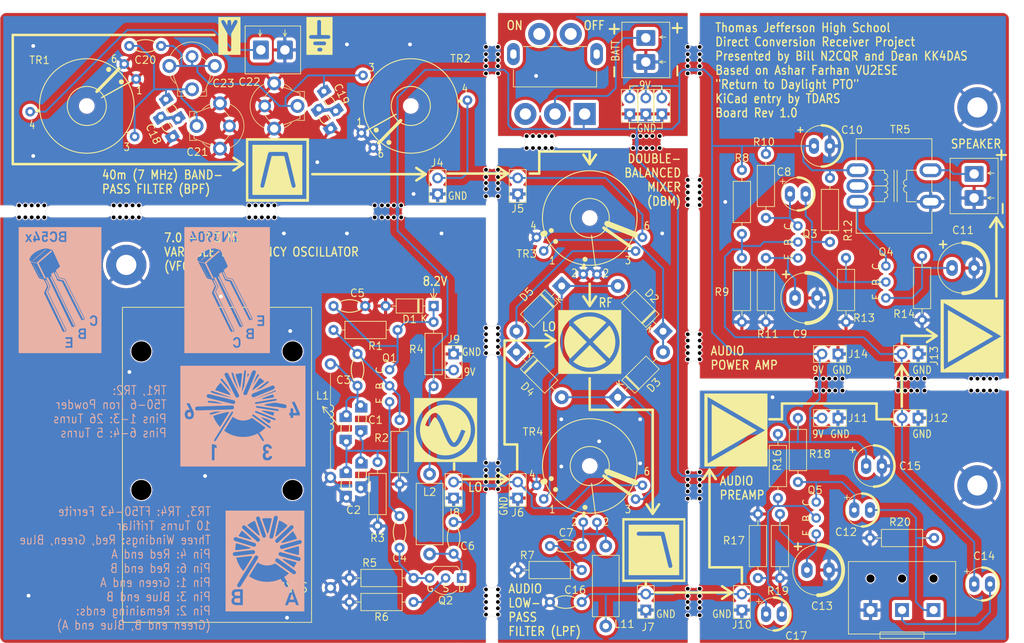
<source format=kicad_pcb>
(kicad_pcb (version 20241229) (generator "pcbnew") (generator_version "9.0")
  (layers (0 "F.Cu" signal) (2 "B.Cu" signal) (13 "F.Paste" user) (15 "B.Paste" user) (5 "F.SilkS" user "F.Silkscreen") (7 "B.SilkS" user "B.Silkscreen") (1 "F.Mask" user) (3 "B.Mask" user) (25 "Edge.Cuts" user))
  (net 0 "")
  (net 1 "Net-(C1-Pad1)")
  (net 2 "Net-(Q1-E)")
  (net 3 "GND")
  (net 4 "Net-(Q1-B)")
  (net 5 "Net-(Q2-G)")
  (net 6 "Net-(D1-K)")
  (net 7 "Net-(Q2-D)")
  (net 8 "LO")
  (net 9 "Net-(C7-Pad2)")
  (net 10 "Net-(C7-Pad1)")
  (net 11 "Net-(Q4-B)")
  (net 12 "Net-(Q3-C)")
  (net 13 "Net-(Q3-E)")
  (net 14 "+9V")
  (net 15 "Net-(Q4-E)")
  (net 16 "Net-(C12-Pad2)")
  (net 17 "Net-(Q5-C)")
  (net 18 "Net-(Q5-E)")
  (net 19 "Net-(C14-Pad2)")
  (net 20 "/AUD_AMP")
  (net 21 "AUDIO")
  (net 22 "Net-(Q5-B)")
  (net 23 "Net-(C18-Pad1)")
  (net 24 "Net-(C19-Pad1)")
  (net 25 "Net-(D2-K)")
  (net 26 "Net-(D2-A)")
  (net 27 "Net-(D3-K)")
  (net 28 "Net-(D4-K)")
  (net 29 "Net-(J1-Pin_2)")
  (net 30 "Net-(J2-Pin_2)")
  (net 31 "Net-(J3-Pin_2)")
  (net 32 "/FILT_RF")
  (net 33 "Net-(Q2-S)")
  (net 34 "Net-(Q4-C)")
  (footprint "User_Global_Library:C_Disc_Series_plus_1206_SMD_D3.0mm_W1.6mm_P5.0" (layer "F.Cu") (at 101.885 65.405 -75)
    (property "Reference" "C19")
    (property "Value" "165p")
  )
  (footprint "LOGO" (layer "F.Cu") (at 204.1525 101.2825)
    (property "Reference" "G***")
    (property "Value" "LOGO" (hide yes))
  )
  (footprint "User_Global_Library:variable-inductor-soldersmoke" (layer "F.Cu") (at 84.39 121.73 180)
    (property "Reference" "L1")
    (property "Value" "19 Turns")
  )
  (footprint "User_Global_Library:mousebites-imperial-5" (layer "F.Cu") (at 70 81.5 90)
    (property "Reference" "H14" (hide yes))
    (property "Value" "~" (hide yes))
    (fp_arc (start 0.9525 -3.175) (mid 0 -2.2225) (end -0.9525 -3.175) (stroke (width 0.05)) (layer "Edge.Cuts"))
    (fp_arc (start -0.9525 3.175) (mid 0 2.2225) (end 0.9525 3.175) (stroke (width 0.05)) (layer "Edge.Cuts"))
  )
  (footprint "User_Global_Library:C_Disc_D3.0mm_W1.6mm_P5.0" (layer "F.Cu") (at 113.3475 132.3975 -90)
    (property "Reference" "C4")
    (property "Value" "0.1u")
  )
  (footprint "Resistor_THT:R_Axial_DIN0207_L6.3mm_D2.5mm_P10.16mm_Horizontal" (layer "F.Cu") (at 113.3475 114.6175 -90)
    (property "Reference" "R2")
    (property "Value" "10k")
  )
  (footprint "User_Global_Library:mousebites-imperial-5" (layer "F.Cu") (at 135.5 70.5 90)
    (property "Reference" "H19" (hide yes))
    (property "Value" "~" (hide yes))
    (fp_arc (start 0.9525 -3.175) (mid 0 -2.2225) (end -0.9525 -3.175) (stroke (width 0.05)) (layer "Edge.Cuts"))
    (fp_arc (start -0.9525 3.175) (mid 0 2.2225) (end 0.9525 3.175) (stroke (width 0.05)) (layer "Edge.Cuts"))
  )
  (footprint "Inductor_THT:L_Axial_L9.5mm_D4.0mm_P12.70mm_Horizontal_Fastron_SMCC" (layer "F.Cu") (at 146.05 134.62 -90)
    (property "Reference" "L11")
    (property "Value" "100uH")
  )
  (footprint "User_Global_Library:TO-92-soldersmoke" (layer "F.Cu") (at 179.43 132.715 90)
    (property "Reference" "Q5")
    (property "Value" "2N3904")
  )
  (footprint "User_Global_Library:PinHeader_1x02_P2.54mm_Vertical" (layer "F.Cu") (at 182.88 104.14 -90)
    (property "Reference" "J14")
    (property "Value" "~")
  )
  (footprint "Resistor_THT:R_Axial_DIN0207_L6.3mm_D2.5mm_P10.16mm_Horizontal" (layer "F.Cu") (at 176.53 114.3 -90)
    (property "Reference" "R18")
    (property "Value" "1k")
  )
  (footprint "Resistor_THT:R_Axial_DIN0207_L6.3mm_D2.5mm_P10.16mm_Horizontal" (layer "F.Cu") (at 184.15 88.9 -90)
    (property "Reference" "R13")
    (property "Value" "4.7k")
  )
  (footprint "Resistor_THT:R_Axial_DIN0207_L6.3mm_D2.5mm_P10.16mm_Horizontal" (layer "F.Cu") (at 113.03 100.33 180)
    (property "Reference" "R1")
    (property "Value" "10k")
  )
  (footprint "User_Global_Library:mousebites-imperial-5-trackgap" (layer "F.Cu") (at 160 57.5)
    (property "Reference" "H8" (hide yes))
    (property "Value" "~" (hide yes))
    (fp_arc (start -0.9525 3.175) (mid 0 2.2225) (end 0.9525 3.175) (stroke (width 0.05)) (layer "Edge.Cuts"))
    (fp_arc (start 0.9525 -3.175) (mid 0 -2.2225) (end -0.9525 -3.175) (stroke (width 0.05)) (layer "Edge.Cuts"))
  )
  (footprint "LOGO" (layer "F.Cu") (at 153.67 135.255)
    (property "Reference" "G***")
    (property "Value" "LOGO" (hide yes))
  )
  (footprint "Inductor_THT:L_Axial_L9.5mm_D4.0mm_P12.70mm_Horizontal_Fastron_SMCC" (layer "F.Cu") (at 118.11 123.19 -90)
    (property "Reference" "L2")
    (property "Value" "10u")
  )
  (footprint "User_Global_Library:CP_Radial_D5.0mm_P2.50mm" (layer "F.Cu") (at 186.71 128.905)
    (property "Reference" "C12")
    (property "Value" "47u")
  )
  (footprint "Resistor_THT:R_Axial_DIN0207_L6.3mm_D2.5mm_P10.16mm_Horizontal" (layer "F.Cu") (at 170.18 139.7 90)
    (property "Reference" "R17")
    (property "Value" "4.7k")
  )
  (footprint "User_Global_Library:mousebites-imperial-5-trackgap" (layer "F.Cu") (at 128 57.5)
    (property "Reference" "H13" (hide yes))
    (property "Value" "~" (hide yes))
    (fp_arc (start -0.9525 3.175) (mid 0 2.2225) (end 0.9525 3.175) (stroke (width 0.05)) (layer "Edge.Cuts"))
    (fp_arc (start 0.9525 -3.175) (mid 0 -2.2225) (end -0.9525 -3.175) (stroke (width 0.05)) (layer "Edge.Cuts"))
  )
  (footprint "User_Global_Library:mousebites-imperial-5-trackgap" (layer "F.Cu") (at 160 143.5 180)
    (property "Reference" "H4" (hide yes))
    (property "Value" "~" (hide yes))
    (fp_arc (start 0.9525 -3.175) (mid 0 -2.2225) (end -0.9525 -3.175) (stroke (width 0.05)) (layer "Edge.Cuts"))
    (fp_arc (start -0.9525 3.175) (mid 0 2.2225) (end 0.9525 3.175) (stroke (width 0.05)) (layer "Edge.Cuts"))
  )
  (footprint "User_Global_Library:TO-92-soldersmoke" (layer "F.Cu") (at 190.48 95.25 90)
    (property "Reference" "Q4")
    (property "Value" "2N3904")
  )
  (footprint "Resistor_THT:R_Axial_DIN0207_L6.3mm_D2.5mm_P10.16mm_Horizontal" (layer "F.Cu") (at 115.57 143.51 180)
    (property "Reference" "R6")
    (property "Value" "100R")
  )
  (footprint "User_Global_Library:D_DO-41_SOD81_P10.16mm_Horizontal_soldersmoke" (layer "F.Cu") (at 147.955 111.006705 45)
    (property "Reference" "D3")
    (property "Value" "1N5819")
  )
  (footprint "User_Global_Library:C_Disc_D3.0mm_W1.6mm_P5.0" (layer "F.Cu") (at 139.7 134.62 180)
    (property "Reference" "C7")
    (property "Value" "0.1u")
  )
  (footprint "User_Global_Library:C_Disc_Parallel_plus_1206_SMD_D3.0mm_W1.6mm_P5.0" (layer "F.Cu") (at 106.66 114.82 -90)
    (property "Reference" "C1")
    (property "Value" "660p")
  )
  (footprint "User_Global_Library:mousebites-imperial-5" (layer "F.Cu") (at 160 78.5)
    (property "Reference" "H7" (hide yes))
    (property "Value" "~" (hide yes))
    (fp_arc (start -0.9525 3.175) (mid 0 2.2225) (end 0.9525 3.175) (stroke (width 0.05)) (layer "Edge.Cuts"))
    (fp_arc (start 0.9525 -3.175) (mid 0 -2.2225) (end -0.9525 -3.175) (stroke (width 0.05)) (layer "Edge.Cuts"))
  )
  (footprint "Resistor_THT:R_Axial_DIN0207_L6.3mm_D2.5mm_P10.16mm_Horizontal" (layer "F.Cu") (at 181.61 76.2 -90)
    (property "Reference" "R12")
    (property "Value" "15k")
  )
  (footprint "User_Global_Library:TO-92-JFET-soldersmoke" (layer "F.Cu") (at 123.19 139.7 180)
    (property "Reference" "Q2")
    (property "Value" "J310")
  )
  (footprint "Resistor_THT:R_Axial_DIN0207_L6.3mm_D2.5mm_P10.16mm_Horizontal" (layer "F.Cu") (at 109.855 121.285 -90)
    (property "Reference" "R3")
    (property "Value" "3.3k")
  )
  (footprint "Resistor_THT:R_Axial_DIN0207_L6.3mm_D2.5mm_P10.16mm_Horizontal" (layer "F.Cu") (at 142.24 138.43 180)
    (property "Reference" "R7")
    (property "Value" "47R")
  )
  (footprint "LOGO" (layer "F.Cu") (at 143.51 102.235)
    (property "Reference" "G***")
    (property "Value" "LOGO" (hide yes))
  )
  (footprint "User_Global_Library:mousebites-imperial-5-trackgap" (layer "F.Cu") (at 152.5 70.5 90)
    (property "Reference" "H20" (hide yes))
    (property "Value" "~" (hide yes))
    (fp_arc (start 0.9525 -3.175) (mid 0 -2.2225) (end -0.9525 -3.175) (stroke (width 0.05)) (layer "Edge.Cuts"))
    (fp_arc (start -0.9525 3.175) (mid 0 2.2225) (end 0.9525 3.175) (stroke (width 0.05)) (layer "Edge.Cuts"))
  )
  (footprint "Resistor_THT:R_Axial_DIN0207_L6.3mm_D2.5mm_P10.16mm_Horizontal" (layer "F.Cu") (at 118.745 99.06 -90)
    (property "Reference" "R4")
    (property "Value" "100R")
  )
  (footprint "User_Global_Library:PinHeader_1x02_P2.54mm_Vertical" (layer "F.Cu") (at 154.94 66.04 180)
    (property "Reference" "J15")
    (property "Value" "~")
  )
  (footprint "User_Global_Library:mousebites-imperial-5-trackgap" (layer "F.Cu") (at 128 77)
    (property "Reference" "H12" (hide yes))
    (property "Value" "~" (hide yes))
    (fp_arc (start -0.9525 3.175) (mid 0 2.2225) (end 0.9525 3.175) (stroke (width 0.05)) (layer "Edge.Cuts"))
    (fp_arc (start 0.9525 -3.175) (mid 0 -2.2225) (end -0.9525 -3.175) (stroke (width 0.05)) (layer "Edge.Cuts"))
  )
  (footprint "User_Global_Library:C_Disc_D3.0mm_W1.6mm_P5.0" (layer "F.Cu") (at 106.68 106.64 90)
    (property "Reference" "C3")
    (property "Value" "130p")
  )
  (footprint "User_Global_Library:soldersmoke-toroid-ferrite-12.7" (layer "F.Cu") (at 115.13 64.77)
    (property "Reference" "TR2")
    (property "Value" "T50-6 Iron")
  )
  (footprint "User_Global_Library:CP_Radial_D6.3mm_P2.50mm" (layer "F.Cu") (at 180.32 71.12)
    (property "Reference" "C10")
    (property "Value" "47u")
  )
  (footprint "User_Global_Library:C_Disc_Series_plus_1206_SMD_D3.0mm_W1.6mm_P5.0" (layer "F.Cu") (at 76.835 66.675 -75)
    (property "Reference" "C18")
    (property "Value" "165p")
  )
  (footprint "LOGO" (layer "F.Cu") (at 166.6875 116.205)
    (property "Reference" "G***")
    (property "Value" "LOGO" (hide yes))
  )
  (footprint "User_Global_Library:soldersmoke-toroid-CT-12.7" (layer "F.Cu") (at 143.51 121.92 -90)
    (property "Reference" "TR4")
    (property "Value" "FT50-43 Ferrite")
  )
  (footprint "User_Global_Library:TO-92-soldersmoke" (layer "F.Cu") (at 176.53 88.9 90)
    (property "Reference" "Q3")
    (property "Value" "2N3904")
  )
  (footprint "User_Global_Library:PinHeader_1x02_P2.54mm_Vertical" (layer "F.Cu") (at 149.86 66.04 180)
    (property "Reference" "J17")
    (property "Value" "~")
  )
  (footprint "User_Global_Library:TO-92-soldersmoke" (layer "F.Cu") (at 111.76 111.72 90)
    (property "Reference" "Q1")
    (property "Value" "2N3904")
  )
  (footprint "User_Global_Library:mousebites-imperial-5" (layer "F.Cu") (at 128 143.5)
    (property "Reference" "H9" (hide yes))
    (property "Value" "~" (hide yes))
    (fp_arc (start -0.9525 3.175) (mid 0 2.2225) (end 0.9525 3.175) (stroke (width 0.05)) (layer "Edge.Cuts"))
    (fp_arc (start 0.9525 -3.175) (mid 0 -2.2225) (end -0.9525 -3.175) (stroke (width 0.05)) (layer "Edge.Cuts"))
  )
  (footprint "User_Global_Library:mousebites-imperial-5" (layer "F.Cu") (at 128 102)
    (property "Reference" "H11" (hide yes))
    (property "Value" "~" (hide yes))
    (fp_arc (start -0.9525 3.175) (mid 0 2.2225) (end 0.9525 3.175) (stroke (width 0.05)) (layer "Edge.Cuts"))
    (fp_arc (start 0.9525 -3.175) (mid 0 -2.2225) (end -0.9525 -3.175) (stroke (width 0.05)) (layer "Edge.Cuts"))
  )
  (footprint "Resistor_THT:R_Axial_DIN0207_L6.3mm_D2.5mm_P10.16mm_Horizontal" (layer "F.Cu") (at 171.45 88.9 -90)
    (property "Reference" "R11")
    (property "Value" "470R")
  )
  (footprint "User_Global_Library:PinHeader_1x02_P2.54mm_Vertical" (layer "F.Cu") (at 152.4 144.78 180)
    (property "Reference" "J7")
    (property "Value" "~")
  )
  (footprint "User_Global_Library:D_DO-41_SOD81_P10.16mm_Horizontal_soldersmoke" (layer "F.Cu") (at 155.139205 100.529205 135)
    (property "Reference" "D2")
    (property "Value" "1N5819")
  )
  (footprint "Resistor_THT:R_Axial_DIN0207_L6.3mm_D2.5mm_P10.16mm_Horizontal" (layer "F.Cu") (at 173.6725 129.54 -90)
    (property "Reference" "R19")
    (property "Value" "470R")
  )
  (footprint "User_Global_Library:CP_Radial_D5.0mm_P2.50mm" (layer "F.Cu") (at 172.72 145.415)
    (property "Reference" "C17")
    (property "Value" "33u")
  )
  (footprint "User_Global_Library:C_Disc_D3.0mm_W1.6mm_P5.0" (layer "F.Cu") (at 121.92 133.31 90)
    (property "Reference" "C6")
    (property "Value" "0.1u")
  )
  (footprint "MountingHole:MountingHole_3.2mm_M3_Pad" (layer "F.Cu") (at 205 125)
    (property "Reference" "H18")
    (property "Value" "M3")
  )
  (footprint "User_Global_Library:D_DO-41_SOD81_P10.16mm_Horizontal_soldersmoke" (layer "F.Cu") (at 139.065 93.345 -135)
    (property "Reference" "D5")
    (property "Value" "1N5819")
  )
  (footprint "User_Global_Library:PinHeader_1x02_P2.54mm_Vertical" (layer "F.Cu") (at 195.58 114.3 -90)
    (property "Reference" "J12")
    (property "Value" "~")
  )
  (footprint "Resistor_THT:R_Axial_DIN0207_L6.3mm_D2.5mm_P10.16mm_Horizontal" (layer "F.Cu") (at 198.12 133.35 180)
    (property "Reference" "R20")
    (property "Value" "220R")
  )
  (footprint "User_Global_Library:TerminalBlock_2way-3.5-3.81mm" (layer "F.Cu") (at 93.255 55.88 180)
    (property "Reference" "J1")
    (property "Value" "Antenna")
  )
  (footprint "User_Global_Library:PinHeader_1x02_P2.54mm_Vertical" (layer "F.Cu") (at 167.64 144.78 180)
    (property "Reference" "J10")
    (property "Value" "~")
  )
  (footprint "User_Global_Library:C_Trim_Multisized" (layer "F.Cu") (at 83.76 67.945 180)
    (property "Reference" "C21")
    (property "Value" "Optional")
  )
  (footprint "User_Global_Library:mousebites-imperial-5" (layer "F.Cu") (at 160 103)
    (property "Reference" "H6" (hide yes))
    (property "Value" "~" (hide yes))
    (fp_arc (start -0.9525 3.175) (mid 0 2.2225) (end 0.9525 3.175) (stroke (width 0.05)) (layer "Edge.Cuts"))
    (fp_arc (start 0.9525 -3.175) (mid 0 -2.2225) (end -0.9525 -3.175) (stroke (width 0.05)) (layer "Edge.Cuts"))
  )
  (footprint "LOGO" (layer "F.Cu") (at 93.98 74.93)
    (property "Reference" "G***")
    (property "Value" "LOGO" (hide yes))
  )
  (footprint "User_Global_Library:CP_Radial_D8mm_P3.5mm" (layer "F.Cu") (at 179.705 138.43)
    (property "Reference" "C13")
    (property "Value" "470u")
  )
  (footprint "LOGO" (layer "F.Cu") (at 100.6475 53.6575)
    (property "Reference" "G***")
    (property "Value" "LOGO" (hide yes))
  )
  (footprint "User_Global_Library:PinHeader_1x02_P2.54mm_Vertical" (layer "F.Cu") (at 195.58 104.14 -90)
    (property "Reference" "J13")
    (property "Value" "~")
  )
  (footprint "User_Global_Library:mousebites-imperial-5-trackgap" (layer "F.Cu") (at 181.5 109 90)
    (property "Reference" "H2" (hide yes))
    (property "Value" "~" (hide yes))
    (fp_arc (start 0.9525 -3.175) (mid 0 -2.2225) (end -0.9525 -3.175) (stroke (width 0.05)) (layer "Edge.Cuts"))
    (fp_arc (start -0.9525 3.175) (mid 0 2.2225) (end 0.9525 3.175) (stroke (width 0.05)) (layer "Edge.Cuts"))
  )
  (footprint "User_Global_Library:soldersmoke-toroid-CT-12.7" (layer "F.Cu") (at 143.51 82.55 -90)
    (property "Reference" "TR3")
    (property "Value" "FT50-43 Ferrite")
  )
  (footprint "User_Global_Library:Potentiometer_soldersmoke" (layer "F.Cu") (at 193.04 144.78)
    (property "Reference" "VR1")
    (property "Value" "1k")
  )
  (footprint "User_Global_Library:C_Disc_Parallel_plus_1206_SMD_D3.0mm_W1.6mm_P5.0" (layer "F.Cu") (at 106.68 123.71 -90)
    (property "Reference" "C2")
    (property "Value" "660p")
  )
  (footprint "User_Global_Library:C_Disc_D3.0mm_W1.6mm_P5.0" (layer "F.Cu") (at 73.025 55.245)
    (property "Reference" "C20")
    (property "Value" "10p")
  )
  (footprint "User_Global_Library:CP_Radial_D5.0mm_P2.50mm" (layer "F.Cu") (at 176.51 78.74)
    (property "Reference" "C8")
    (property "Value" "10u")
  )
  (footprint "Resistor_THT:R_Axial_DIN0207_L6.3mm_D2.5mm_P10.16mm_Horizontal" (layer "F.Cu") (at 171.45 72.39 -90)
    (property "Reference" "R10")
    (property "Value" "1k")
  )
  (footprint "MountingHole:MountingHole_3.2mm_M3_Pad" (layer "F.Cu") (at 70 90)
    (property "Reference" "H21")
    (property "Value" "M3")
  )
  (footprint "User_Global_Library:mousebites-imperial-5-trackgap" (layer "F.Cu") (at 160 125)
    (property "Reference" "H5" (hide yes))
    (property "Value" "~" (hide yes))
    (fp_arc (start -0.9525 3.175) (mid 0 2.2225) (end 0.9525 3.175) (stroke (width 0.05)) (layer "Edge.Cuts"))
    (fp_arc (start 0.9525 -3.175) (mid 0 -2.2225) (end -0.9525 -3.175) (stroke (width 0.05)) (layer "Edge.Cuts"))
  )
  (footprint "User_Global_Library:PinHeader_1x02_P2.54mm_Vertical" (layer "F.Cu") (at 121.92 127 180)
    (property "Reference" "J8")
    (property "Value" "~")
  )
  (footprint "User_Global_Library:CP_Radial_D8mm_P3.5mm" (layer "F.Cu") (at 177.82 95.25)
    (property "Reference" "C9")
    (property "Value" "470u")
  )
  (footprint "User_Global_Library:PinHeader_1x02_P2.54mm_Vertical" (layer "F.Cu") (at 152.4 66.04 180)
    (property "Reference" "J16")
    (property "Value" "~")
  )
  (footprint "User_Global_Library:mousebites-imperial-5" (layer "F.Cu") (at 206 109 90)
    (property "Reference" "H3" (hide yes))
    (property "Value" "~" (hide yes))
    (fp_arc (start 0.9525 -3.175) (mid 0 -2.2225) (end -0.9525 -3.175) (stroke (width 0.05)) (layer "Edge.Cuts"))
    (fp_arc (start -0.9525 3.175) (mid 0 2.2225) (end 0.9525 3.175) (stroke (width 0.05)) (layer "Edge.Cuts"))
  )
  (footprint "User_Global_Library:PinHeader_1x02_P2.54mm_Vertical" (layer "F.Cu") (at 132.08 127 180)
    (property "Reference" "J6")
    (property "Value" "~")
  )
  (footprint "User_Global_Library:SPDT-RA" (layer "F.Cu") (at 138 51.04 -90)
    (property "Reference" "SW1")
    (property "Value" "On/Off Toggle")
  )
  (footprint "User_Global_Library:mousebites-imperial-5-trackgap" (layer "F.Cu") (at 194.5 109 90)
    (property "Reference" "H1" (hide yes))
    (property "Value" "~" (hide yes))
    (fp_arc (start 0.9525 -3.175) (mid 0 -2.2225) (end -0.9525 -3.175) (stroke (width 0.05)) (layer "Edge.Cuts"))
    (fp_arc (start -0.9525 3.175) (mid 0 2.2225) (end 0.9525 3.175) (stroke (width 0.05)) (layer "Edge.Cuts"))
  )
  (footprint "User_Global_Library:PinHeader_1x02_P2.54mm_Vertical" (layer "F.Cu") (at 121.92 104.14)
    (property "Reference" "J9")
    (property "Value" "~")
  )
  (footprint "User_Global_Library:D_DO-41_SOD81_P10.16mm_Horizontal_soldersmoke" (layer "F.Cu") (at 131.880795 103.8225 -45)
    (property "Reference" "D4")
    (property "Value" "1N5819")
  )
  (footprint "User_Global_Library:soldersmoke-audio-transformer" (layer "F.Cu") (at 191.77 77.47)
    (property "Reference" "TR5")
    (property "Value" "Audio 1k/8R")
  )
  (footprint "Resistor_THT:R_Axial_DIN0207_L6.3mm_D2.5mm_P10.16mm_Horizontal" (layer "F.Cu") (at 115.57 139.7 180)
    (property "Reference" "R5")
    (property "Value" "100k")
  )
  (footprint "User_Global_Library:CP_Radial_D5.0mm_P2.50mm" (layer "F.Cu") (at 205.74 140.6525)
    (property "Reference" "C14")
    (property "Value" "10u")
  )
  (footprint "User_Global_Library:PinHeader_1x02_P2.54mm_Vertical" (layer "F.Cu") (at 132.08 78.74 180)
    (property "Reference" "J5")
    (property "Value" "~")
  )
  (footprint "User_Global_Library:C_Trim_Multisized" (layer "F.Cu") (at 94.555 64.77)
    (property "Reference" "C22")
    (property "Value" "Optional")
  )
  (footprint "User_Global_Library:soldersmoke-toroid-ferrite-12.7" (layer "F.Cu") (at 63.74 64.77 180)
    (property "Reference" "TR1")
    (property "Value" "T50-6 Iron")
  )
  (footprint "User_Global_Library:PinHeader_1x02_P2.54mm_Vertical" (layer "F.Cu") (at 182.88 114.3 -90)
    (property "Reference" "J11")
    (property "Value" "~")
  )
  (footprint "LOGO" (layer "F.Cu") (at 86.36 53.6575)
    (property "Reference" "G***")
    (property "Value" "LOGO" (hide yes))
  )
  (footprint "Resistor_THT:R_Axial_DIN0207_L6.3mm_D2.5mm_P10.16mm_Horizontal" (layer "F.Cu") (at 173.355 116.84 -90)
    (property "Reference" "R16")
    (property "Value" "15k")
  )
  (footprint "MountingHole:MountingHole_3.2mm_M3_Pad" (layer "F.Cu") (at 205 65)
    (property "Reference" "H17")
    (property "Value" "M3")
  )
  (footprint "User_Global_Library:C_Disc_D3.0mm_W1.6mm_P5.0" (layer "F.Cu") (at 139.7 143.51 180)
    (property "Reference" "C16")
    (property "Value" "0.47u")
  )
  (footprint "Resistor_THT:R_Axial_DIN0207_L6.3mm_D2.5mm_P10.16mm_Horizontal" (layer "F.Cu") (at 196.215 88.5825 -90)
    (property "Reference" "R14")
    (property "Value" "100R")
  )
  (footprint "User_Global_Library:TerminalBlock_2way-3.5-3.81mm" (layer "F.Cu") (at 204.47 77.47 90)
    (property "Reference" "J2")
    (property "Value" "Speaker")
  )
  (footprint "User_Global_Library:C_Disc_D3.0mm_W1.6mm_P5.0" (layer "F.Cu") (at 105.41 96.52)
    (property "Reference" "C5")
    (property "Value" "0.1u")
  )
  (footprint "User_Global_Library:mousebites-imperial-5" (layer "F.Cu") (at 91.5 81.5 90)
    (property "Reference" "H15" (hide yes))
    (property "Value" "~" (hide yes))
    (fp_arc (start 0.9525 -3.175) (mid 0 -2.2225) (end -0.9525 -3.175) (stroke (width 0.05)) (layer "Edge.Cuts"))
    (fp_arc (start -0.9525 3.175) (mid 0 2.2225) (end 0.9525 3.175) (stroke (width 0.05)) (layer "Edge.Cuts"))
  )
  (footprint "User_Global_Library:mousebites-imperial-5-trackgap" (layer "F.Cu") (at 128 123.5)
    (property "Reference" "H10" (hide yes))
    (property "Value" "~" (hide yes))
    (fp_arc (start -0.9525 3.175) (mid 0 2.2225) (end 0.9525 3.175) (stroke (width 0.05)) (layer "Edge.Cuts"))
    (fp_arc (start 0.9525 -3.175) (mid 0 -2.2225) (end -0.9525 -3.175) (stroke (width 0.05)) (layer "Edge.Cuts"))
  )
  (footprint "User_Global_Library:PinHeader_1x02_P2.54mm_Vertical" (layer "F.Cu") (at 119.38 78.74 180)
    (property "Reference" "J4")
    (property "Value" "~")
  )
  (footprint "User_Global_Library:CP_Radial_D8mm_P3.5mm" (layer "F.Cu") (at 202.72 90.4875)
    (property "Reference" "C11")
    (property "Value" "470u")
  )
  (footprint "User_Global_Library:TerminalBlock_2way-3.5-3.81mm" (layer "F.Cu") (at 152.4 55.88 90)
    (property "Reference" "J3")
    (property "Value" "9V Battery")
  )
  (footprint "User_Global_Library:C_Trim_Multisized" (layer "F.Cu") (at 80.435 59.52 -90)
    (property "Reference" "C23")
    (property "Value" "Optional")
  )
  (footprint "LOGO" (layer "F.Cu") (at 120.65 116.205)
    (property "Reference" "G***")
    (property "Value" "LOGO" (hide yes))
  )
  (footprint "Diode_THT:D_DO-35_SOD27_P7.62mm_Horizontal" (layer "F.Cu") (at 118.745 96.52 180)
    (property "Reference" "D1")
    (property "Value" "BZX55C8V2")
  )
  (footprint "User_Global_Library:CP_Radial_D6.3mm_P2.50mm" (layer "F.Cu") (at 188.595 121.92)
    (property "Reference" "C15")
    (property "Value" "47u")
  )
  (footprint "Resistor_THT:R_Axial_DIN0207_L6.3mm_D2.5mm_P10.16mm_Horizontal" (layer "F.Cu") (at 167.64 88.9 -90)
    (property "Reference" "R9")
    (property "Value" "4.7k")
  )
  (footprint "Resistor_THT:R_Axial_DIN0207_L6.3mm_D2.5mm_P10.16mm_Horizontal" (layer "F.Cu") (at 167.64 74.93 -90)
    (property "Reference" "R8")
    (property "Value" "15k")
  )
  (footprint "User_Global_Library:mousebites-imperial-5" (layer "F.Cu") (at 55 81.5 90)
    (property "Reference" "H22" (hide yes))
    (property "Value" "~" (hide yes))
    (fp_arc (start 0.9525 -3.175) (mid 0 -2.2225) (end -0.9525 -3.175) (stroke (width 0.05)) (layer "Edge.Cuts"))
    (fp_arc (start -0.9525 3.175) (mid 0 2.2225) (end 0.9525 3.175) (stroke (width 0.05)) (layer "Edge.Cuts"))
  )
  (footprint "User_Global_Library:mousebites-imperial-5-trackgap" (layer "F.Cu") (at 111.5 81.5 90)
    (property "Reference" "H16" (hide yes))
    (property "Value" "~" (hide yes))
    (fp_arc (start 0.9525 -3.175) (mid 0 -2.2225) (end -0.9525 -3.175) (stroke (width 0.05)) (layer "Edge.Cuts"))
    (fp_arc (start -0.9525 3.175) (mid 0 2.2225) (end 0.9525 3.175) (stroke (width 0.05)) (layer "Edge.Cuts"))
  )
  (footprint "LOGO" (layer "B.Cu") (at 86 94 180)
    (property "Reference" "G***")
    (property "Value" "LOGO" (hide yes))
  )
  (footprint "LOGO" (layer "B.Cu") (at 59.5 94 180)
    (property "Reference" "G***")
    (property "Value" "LOGO" (hide yes))
  )
  (footprint "LOGO" (layer "B.Cu") (at 88.5 114 180)
    (property "Reference" "G***")
    (property "Value" "LOGO" (hide yes))
  )
  (footprint "LOGO" (layer "B.Cu") (at 92 137 180)
    (property "Reference" "G***")
    (property "Value" "LOGO" (hide yes))
  )
  (gr_line (start 134 75.5) (end 135.5 75.5) (stroke (width 0.4)) (layer "F.SilkS"))
  (gr_line (start 147.4 53.3) (end 147.4 51.8) (stroke (width 0.3)) (layer "F.SilkS"))
  (gr_line (start 167.64 138) (end 162.5 138) (stroke (width 0.4)) (layer "F.SilkS"))
  (gr_line (start 143.5 74) (end 142.5 72.5) (stroke (width 0.4)) (layer "F.SilkS"))
  (gr_line (start 88.5 74) (end 87 75) (stroke (width 0.4)) (layer "F.SilkS"))
  (gr_line (start 162.5 122.5) (end 163.5 124) (stroke (width 0.4)) (layer "F.SilkS"))
  (gr_line (start 193 102.5) (end 193 101.25) (stroke (width 0.4)) (layer "F.SilkS"))
  (gr_line (start 167.64 140.5) (end 167.64 138) (stroke (width 0.4)) (layer "F.SilkS"))
  (gr_line (start 130.5 124) (end 129 123) (stroke (width 0.4)) (layer "F.SilkS"))
  (gr_line (start 143.5 93) (end 143.5 96.5) (stroke (width 0.4)) (layer "F.SilkS"))
  (gr_line (start 149.8 67.4) (end 149.8 68.3) (stroke (width 0.15)) (layer "F.SilkS"))
  (gr_line (start 143.5 96.5) (end 142.5 95) (stroke (width 0.4)) (layer "F.SilkS"))
  (gr_line (start 121 75.5) (end 130.5 75.5) (stroke (width 0.4)) (layer "F.SilkS"))
  (gr_line (start 135.5 75.5) (end 135.5 72) (stroke (width 0.4)) (layer "F.SilkS"))
  (gr_line (start 157.4 53.15) (end 157.4 51.65) (stroke (width 0.3)) (layer "F.SilkS"))
  (gr_line (start 208.05 72.55) (end 209.55 72.55) (stroke (width 0.3)) (layer "F.SilkS"))
  (gr_line (start 149.86 61.595) (end 149.86 62.17) (stroke (width 0.15)) (layer "F.SilkS"))
  (gr_line (start 143.5 96.5) (end 144.5 95) (stroke (width 0.4)) (layer "F.SilkS"))
  (gr_line (start 208 82.5) (end 209 84) (stroke (width 0.4)) (layer "F.SilkS"))
  (gr_line (start 130.5 75.5) (end 129 76.5) (stroke (width 0.4)) (layer "F.SilkS"))
  (gr_line (start 172 114.5) (end 174 114.5) (stroke (width 0.4)) (layer "F.SilkS"))
  (gr_line (start 174 114.5) (end 174 112) (stroke (width 0.4)) (layer "F.SilkS"))
  (gr_line (start 162.5 122.5) (end 161.5 124) (stroke (width 0.4)) (layer "F.SilkS"))
  (gr_line (start 193 106) (end 194 107.5) (stroke (width 0.4)) (layer "F.SilkS"))
  (gr_line (start 52 74) (end 88.5 74) (stroke (width 0.4)) (layer "F.SilkS"))
  (gr_line (start 193 112.5) (end 193 106) (stroke (width 0.4)) (layer "F.SilkS"))
  (gr_line (start 143.5 72) (end 143.5 74) (stroke (width 0.4)) (layer "F.SilkS"))
  (gr_line (start 88.5 74) (end 87 73) (stroke (width 0.4)) (layer "F.SilkS"))
  (gr_line (start 138 102) (end 136.5 103) (stroke (width 0.4)) (layer "F.SilkS"))
  (gr_line (start 157.4 59.95) (end 157.4 58.45) (stroke (width 0.3)) (layer "F.SilkS"))
  (gr_line (start 193 106) (end 192 107.5) (stroke (width 0.4)) (layer "F.SilkS"))
  (gr_line (start 151.13 61.595) (end 149.86 61.595) (stroke (width 0.15)) (layer "F.SilkS"))
  (gr_line (start 208 82.5) (end 207 84) (stroke (width 0.4)) (layer "F.SilkS"))
  (gr_line (start 152.4 140.5) (end 152.4 140.91) (stroke (width 0.4)) (layer "F.SilkS"))
  (gr_line (start 117.5 75.6) (end 116 76.6) (stroke (width 0.4)) (layer "F.SilkS"))
  (gr_line (start 198.5 101.25) (end 197 100.25) (stroke (width 0.4)) (layer "F.SilkS"))
  (gr_line (start 174 112) (end 189 112) (stroke (width 0.4)) (layer "F.SilkS"))
  (gr_line (start 155 68.3) (end 155 67.4) (stroke (width 0.15)) (layer "F.SilkS"))
  (gr_line (start 153.5 129.5) (end 154.5 128) (stroke (width 0.4)) (layer "F.SilkS"))
  (gr_line (start 209 81.8) (end 209 80.3) (stroke (width 0.3)) (layer "F.SilkS"))
  (gr_line (start 193 101.25) (end 198.5 101.25) (stroke (width 0.4)) (layer "F.SilkS"))
  (gr_line (start 198.5 101.25) (end 197 102.25) (stroke (width 0.4)) (layer "F.SilkS"))
  (gr_line (start 208.8 73.3) (end 208.8 71.8) (stroke (width 0.3)) (layer "F.SilkS"))
  (gr_line (start 118.75 95.5) (end 118.75 93.75) (stroke (width 0.15)) (layer "F.SilkS"))
  (gr_line (start 130 118.5) (end 130 102) (stroke (width 0.4)) (layer "F.SilkS"))
  (gr_line (start 130 102) (end 138 102) (stroke (width 0.4)) (layer "F.SilkS"))
  (gr_line (start 155 68.3) (end 154.2 68.3) (stroke (width 0.15)) (layer "F.SilkS"))
  (gr_line (start 153.5 129.5) (end 152.5 128) (stroke (width 0.4)) (layer "F.SilkS"))
  (gr_line (start 154.94 61.595) (end 154.94 62.17) (stroke (width 0.15)) (layer "F.SilkS"))
  (gr_line (start 130.5 75.5) (end 129 74.5) (stroke (width 0.4)) (layer "F.SilkS"))
  (gr_line (start 117.5 75.6) (end 99.5 75.6) (stroke (width 0.4)) (layer "F.SilkS"))
  (gr_line (start 143.5 108) (end 143.5 113) (stroke (width 0.4)) (layer "F.SilkS"))
  (gr_line (start 156.65 52.4) (end 158.15 52.4) (stroke (width 0.3)) (layer "F.SilkS"))
  (gr_line (start 153.5 113) (end 153.5 129.5) (stroke (width 0.4)) (layer "F.SilkS"))
  (gr_line (start 149.8 68.3) (end 150.8 68.3) (stroke (width 0.15)) (layer "F.SilkS"))
  (gr_line (start 138 102) (end 136.5 101) (stroke (width 0.4)) (layer "F.SilkS"))
  (gr_line (start 135.5 72) (end 143.5 72) (stroke (width 0.4)) (layer "F.SilkS"))
  (gr_line (start 132 118.5) (end 130 118.5) (stroke (width 0.4)) (layer "F.SilkS"))
  (gr_line (start 130.5 124) (end 129 125) (stroke (width 0.4)) (layer "F.SilkS"))
  (gr_line (start 162.5 138) (end 162.5 122.5) (stroke (width 0.4)) (layer "F.SilkS"))
  (gr_line (start 84 53.5) (end 52 53.5) (stroke (width 0.4)) (layer "F.SilkS"))
  (gr_line (start 143.5 74) (end 144.5 72.5) (stroke (width 0.4)) (layer "F.SilkS"))
  (gr_line (start 123.5 124) (end 130.5 124) (stroke (width 0.4)) (layer "F.SilkS"))
  (gr_line (start 208 95) (end 208 82.5) (stroke (width 0.4)) (layer "F.SilkS"))
  (gr_line (start 146.65 52.55) (end 148.15 52.55) (stroke (width 0.3)) (layer "F.SilkS"))
  (gr_line (start 117.5 75.6) (end 116 74.6) (stroke (width 0.4)) (layer "F.SilkS"))
  (gr_line (start 153.3525 61.595) (end 154.94 61.595) (stroke (width 0.15)) (layer "F.SilkS"))
  (gr_line (start 52 53.5) (end 52 74) (stroke (width 0.4)) (layer "F.SilkS"))
  (gr_line (start 122 121.5) (end 122 122.5) (stroke (width 0.4)) (layer "F.SilkS"))
  (gr_line (start 118.75 95.5) (end 118.25 94.5) (stroke (width 0.15)) (layer "F.SilkS"))
  (gr_line (start 166 142) (end 164.5 143) (stroke (width 0.4)) (layer "F.SilkS"))
  (gr_line (start 132 122.5) (end 132 118.5) (stroke (width 0.4)) (layer "F.SilkS"))
  (gr_line (start 147.4 60.1) (end 147.4 58.6) (stroke (width 0.3)) (layer "F.SilkS"))
  (gr_line (start 189 114.5) (end 191.5 114.5) (stroke (width 0.4)) (layer "F.SilkS"))
  (gr_line (start 143.5 113) (end 153.5 113) (stroke (width 0.4)) (layer "F.SilkS"))
  (gr_line (start 118.75 95.5) (end 119.25 94.5) (stroke (width 0.15)) (layer "F.SilkS"))
  (gr_line (start 154 142) (end 166 142) (stroke (width 0.4)) (layer "F.SilkS"))
  (gr_line (start 166 142) (end 164.5 141) (stroke (width 0.4)) (layer "F.SilkS"))
  (gr_line (start 189 112) (end 189 114.5) (stroke (width 0.4)) (layer "F.SilkS"))
  (gr_line (start 122.5 150) (end 127.0475 150) (stroke (width 0.05)) (layer "Edge.Cuts"))
  (gr_line (start 155.675 69.5475) (end 159.0475 69.5475) (stroke (width 0.05)) (layer "Edge.Cuts"))
  (gr_line (start 51.825 82.4525) (end 50 82.4525) (stroke (width 0.05)) (layer "Edge.Cuts"))
  (gr_line (start 159.0475 81.675) (end 159.0475 99.825) (stroke (width 0.05)) (layer "Edge.Cuts"))
  (gr_line (start 159.0475 150) (end 128.9525 150) (stroke (width 0.05)) (layer "Edge.Cuts"))
  (gr_line (start 127.0475 80.175) (end 127.0475 80.5475) (stroke (width 0.05)) (layer "Edge.Cuts"))
  (gr_line (start 160.9525 50) (end 209 50) (stroke (width 0.05)) (layer "Edge.Cuts"))
  (gr_line (start 128.9525 120.325) (end 128.9525 105.175) (stroke (width 0.05)) (layer "Edge.Cuts"))
  (gr_line (start 58.175 80.5475) (end 66.825 80.5475) (stroke (width 0.05)) (layer "Edge.Cuts"))
  (gr_line (start 184.675 108.0475) (end 191.325 108.0475) (stroke (width 0.05)) (layer "Edge.Cuts"))
  (gr_line (start 160.9525 140.325) (end 160.9525 128.175) (stroke (width 0.05)) (layer "Edge.Cuts"))
  (gr_line (start 160.9525 75.325) (end 160.9525 60.675) (stroke (width 0.05)) (layer "Edge.Cuts"))
  (gr_line (start 114.675 80.5475) (end 127.0475 80.5475) (stroke (width 0.05)) (layer "Edge.Cuts"))
  (gr_line (start 127.0475 105.175) (end 127.0475 120.325) (stroke (width 0.05)) (layer "Edge.Cuts"))
  (gr_line (start 197.675 108.0475) (end 202.825 108.0475) (stroke (width 0.05)) (layer "Edge.Cuts"))
  (gr_line (start 132.325 71.4525) (end 128.9525 71.4525) (stroke (width 0.05)) (layer "Edge.Cuts"))
  (gr_line (start 138.675 69.5475) (end 149.325 69.5475) (stroke (width 0.05)) (layer "Edge.Cuts"))
  (gr_line (start 94.675 80.5475) (end 108.325 80.5475) (stroke (width 0.05)) (layer "Edge.Cuts"))
  (gr_line (start 210 108.0475) (end 210 51) (stroke (width 0.05)) (layer "Edge.Cuts"))
  (gr_line (start 73.175 80.5475) (end 88.325 80.5475) (stroke (width 0.05)) (layer "Edge.Cuts"))
  (gr_line (start 51.825 80.5475) (end 50 80.5475) (stroke (width 0.05)) (layer "Edge.Cuts"))
  (gr_line (start 94.675 82.4525) (end 108.325 82.4525) (stroke (width 0.05)) (layer "Edge.Cuts"))
  (gr_line (start 209.175 109.9525) (end 210 109.9525) (stroke (width 0.05)) (layer "Edge.Cuts"))
  (gr_line (start 160.9525 106.175) (end 160.9525 108.0475) (stroke (width 0.05)) (layer "Edge.Cuts"))
  (gr_line (start 127.0475 98.825) (end 127.0475 82.4525) (stroke (width 0.05)) (layer "Edge.Cuts"))
  (gr_arc (start 210 149) (mid 209.707107 149.707107) (end 209 150) (stroke (width 0.05)) (layer "Edge.Cuts"))
  (gr_line (start 50 80.5475) (end 50 51) (stroke (width 0.05)) (layer "Edge.Cuts"))
  (gr_line (start 159.0475 128.175) (end 159.0475 140.325) (stroke (width 0.05)) (layer "Edge.Cuts"))
  (gr_line (start 160.9525 99.825) (end 160.9525 81.675) (stroke (width 0.05)) (layer "Edge.Cuts"))
  (gr_line (start 88.325 82.4525) (end 73.175 82.4525) (stroke (width 0.05)) (layer "Edge.Cuts"))
  (gr_line (start 159.0475 54.325) (end 159.0475 50) (stroke (width 0.05)) (layer "Edge.Cuts"))
  (gr_line (start 50 82.4525) (end 50 149) (stroke (width 0.05)) (layer "Edge.Cuts"))
  (gr_line (start 128.9525 146.675) (end 128.9525 150) (stroke (width 0.05)) (layer "Edge.Cuts"))
  (gr_line (start 159.0475 146.675) (end 159.0475 150) (stroke (width 0.05)) (layer "Edge.Cuts"))
  (gr_arc (start 209 50) (mid 209.707107 50.292893) (end 210 51) (stroke (width 0.05)) (layer "Edge.Cuts"))
  (gr_line (start 159.0475 75.325) (end 159.0475 71.4525) (stroke (width 0.05)) (layer "Edge.Cuts"))
  (gr_line (start 127.0475 146.675) (end 127.0475 150) (stroke (width 0.05)) (layer "Edge.Cuts"))
  (gr_line (start 51 150) (end 122.5 150) (stroke (width 0.05)) (layer "Edge.Cuts"))
  (gr_arc (start 51 150) (mid 50.292893 149.707107) (end 50 149) (stroke (width 0.05)) (layer "Edge.Cuts"))
  (gr_line (start 128.9525 60.675) (end 128.9525 69.5475) (stroke (width 0.05)) (layer "Edge.Cuts"))
  (gr_line (start 114.675 82.4525) (end 127.0475 82.4525) (stroke (width 0.05)) (layer "Edge.Cuts"))
  (gr_line (start 209.175 108.0475) (end 210 108.0475) (stroke (width 0.05)) (layer "Edge.Cuts"))
  (gr_line (start 128.9525 73.825) (end 128.9525 71.4525) (stroke (width 0.05)) (layer "Edge.Cuts"))
  (gr_line (start 159.0475 121.825) (end 159.0475 106.175) (stroke (width 0.05)) (layer "Edge.Cuts"))
  (gr_line (start 127.0475 50) (end 51 50) (stroke (width 0.05)) (layer "Edge.Cuts"))
  (gr_line (start 159.0475 60.675) (end 159.0475 69.5475) (stroke (width 0.05)) (layer "Edge.Cuts"))
  (gr_line (start 128.9525 126.675) (end 128.9525 140.325) (stroke (width 0.05)) (layer "Edge.Cuts"))
  (gr_line (start 138.675 71.4525) (end 149.325 71.4525) (stroke (width 0.05)) (layer "Edge.Cuts"))
  (gr_line (start 160.9525 121.825) (end 160.9525 109.9525) (stroke (width 0.05)) (layer "Edge.Cuts"))
  (gr_line (start 178.325 109.9525) (end 160.9525 109.9525) (stroke (width 0.05)) (layer "Edge.Cuts"))
  (gr_line (start 58.175 82.4525) (end 66.825 82.4525) (stroke (width 0.05)) (layer "Edge.Cuts"))
  (gr_line (start 127.0475 54.325) (end 127.0475 50) (stroke (width 0.05)) (layer "Edge.Cuts"))
  (gr_line (start 155.675 71.4525) (end 159.0475 71.4525) (stroke (width 0.05)) (layer "Edge.Cuts"))
  (gr_line (start 160.9525 146.675) (end 160.9525 150) (stroke (width 0.05)) (layer "Edge.Cuts"))
  (gr_line (start 184.675 109.9525) (end 191.325 109.9525) (stroke (width 0.05)) (layer "Edge.Cuts"))
  (gr_line (start 159.0475 50) (end 128.9525 50) (stroke (width 0.05)) (layer "Edge.Cuts"))
  (gr_line (start 210 109.9525) (end 210 149) (stroke (width 0.05)) (layer "Edge.Cuts"))
  (gr_line (start 160.9525 150) (end 209 150) (stroke (width 0.05)) (layer "Edge.Cuts"))
  (gr_line (start 178.325 108.0475) (end 160.9525 108.0475) (stroke (width 0.05)) (layer "Edge.Cuts"))
  (gr_line (start 128.9525 54.325) (end 128.9525 50) (stroke (width 0.05)) (layer "Edge.Cuts"))
  (gr_line (start 132.325 69.5475) (end 128.9525 69.5475) (stroke (width 0.05)) (layer "Edge.Cuts"))
  (gr_line (start 197.675 109.9525) (end 202.825 109.9525) (stroke (width 0.05)) (layer "Edge.Cuts"))
  (gr_line (start 127.0475 140.325) (end 127.0475 126.675) (stroke (width 0.05)) (layer "Edge.Cuts"))
  (gr_line (start 160.9525 54.325) (end 160.9525 50) (stroke (width 0.05)) (layer "Edge.Cuts"))
  (gr_line (start 128.9525 98.825) (end 128.9525 80.175) (stroke (width 0.05)) (layer "Edge.Cuts"))
  (gr_arc (start 50 51) (mid 50.292893 50.292893) (end 51 50) (stroke (width 0.05)) (layer "Edge.Cuts"))
  (gr_line (start 127.0475 60.675) (end 127.0475 73.825) (stroke (width 0.05)) (layer "Edge.Cuts"))
  (gr_text "9V" (at 151.25 62.17 0) (layer "F.SilkS") (effects (font (size 1.2 1)) (justify left bottom)))
  (gr_text "GND" (at 183.515 106.68 0) (layer "F.SilkS") (effects (font (size 1.2 1))))
  (gr_text "9V" (at 124.46 106.9975 0) (layer "F.SilkS") (effects (font (size 1.2 1))))
  (gr_text "GND" (at 150.9 69 0) (layer "F.SilkS") (effects (font (size 1.2 1)) (justify left bottom)))
  (gr_text "GND" (at 124.7775 103.8225 0) (layer "F.SilkS") (effects (font (size 1.2 1))))
  (gr_text "LO" (at 135.8 99.8 0) (layer "F.SilkS") (effects (font (size 1.4 1.2) (thickness 0.2) (bold yes)) (justify left)))
  (gr_text "LO" (at 124.1 125.3 0) (layer "F.SilkS") (effects (font (size 1.4 1.2) (thickness 0.2) (bold yes)) (justify left)))
  (gr_text "2" (at 140.5 92 0) (layer "F.SilkS") (effects (font (size 1.2 1)) (justify left bottom)))
  (gr_text "GND" (at 164.465 145.415 0) (layer "F.SilkS") (effects (font (size 1.2 1))))
  (gr_text "2" (at 145.5 92 0) (layer "F.SilkS") (effects (font (size 1.2 1)) (justify left bottom)))
  (gr_text "AUDIO\nLOW-\nPASS\nFILTER (LPF)" (at 130.4925 144.78 0) (layer "F.SilkS") (effects (font (size 1.4 1.2) (thickness 0.2) (bold yes)) (justify left)))
  (gr_text "GND" (at 155.575 145.415 0) (layer "F.SilkS") (effects (font (size 1.2 1))))
  (gr_text "GND" (at 183.1975 116.84 0) (layer "F.SilkS") (effects (font (size 1.2 1))))
  (gr_text "GND" (at 129.8575 128.27 90) (layer "F.SilkS") (effects (font (size 1.2 1))))
  (gr_text "OFF" (at 146 52 0) (layer "F.SilkS") (effects (font (size 1.4 1.2) (thickness 0.2) (bold yes)) (justify right)))
  (gr_text "7.0 - 7.3 MHz\nVARIABLE FREQUENCY OSCILLATOR\n(VFO)" (at 75.8825 87.9475 0) (layer "F.SilkS") (effects (font (size 1.4 1.2) (thickness 0.2) (bold yes)) (justify left)))
  (gr_text "AUDIO\nPREAMP" (at 164 125.4125 0) (layer "F.SilkS") (effects (font (size 1.4 1.2) (thickness 0.2) (bold yes)) (justify left)))
  (gr_text "2" (at 140.5 131.5 0) (layer "F.SilkS") (effects (font (size 1.2 1)) (justify left bottom)))
  (gr_text "GND" (at 196.215 116.84 0) (layer "F.SilkS") (effects (font (size 1.2 1))))
  (gr_text "GND" (at 122.555 79.0575 0) (layer "F.SilkS") (effects (font (size 1.2 1))))
  (gr_text "DOUBLE-\nBALANCED\nMIXER\n(DBM)" (at 158.115 76.5175 0) (layer "F.SilkS") (effects (font (size 1.4 1.2) (thickness 0.2) (bold yes)) (justify right)))
  (gr_text "9V" (at 179.705 116.84 0) (layer "F.SilkS") (effects (font (size 1.2 1))))
  (gr_text "Thomas Jefferson High School\nDirect Conversion Receiver Project\nPresented by Bill N2CQR and Dean KK4DAS\nBased on Ashar Farhan VU2ESE\n{dblquote}Return to Daylight PTO{dblquote}\nKiCad entry by TDARS\nBoard Rev 1.0" (at 163.3 59.1 0) (layer "F.SilkS") (effects (font (size 1.4 1.2) (thickness 0.2) (bold yes)) (justify left)))
  (gr_text "ON" (at 133 52 0) (layer "F.SilkS") (effects (font (size 1.4 1.2) (thickness 0.2) (bold yes)) (justify right)))
  (gr_text "RF" (at 144.8 96 0) (layer "F.SilkS") (effects (font (size 1.4 1.2) (thickness 0.2) (bold yes)) (justify left)))
  (gr_text "2" (at 145.5 131.5 0) (layer "F.SilkS") (effects (font (size 1.2 1)) (justify left bottom)))
  (gr_text "8.2V" (at 116.9 92.6 0) (layer "F.SilkS") (effects (font (size 1.4 1.2) (thickness 0.2) (bold yes)) (justify left)))
  (gr_text "40m (7 MHz) BAND-\nPASS FILTER (BPF)" (at 66.04 76.835 0) (layer "F.SilkS") (effects (font (size 1.4 1.2) (thickness 0.2) (bold yes)) (justify left)))
  (gr_text "BATT" (at 148.3 57.785 90) (layer "F.SilkS") (effects (font (size 1.2 1)) (justify left bottom)))
  (gr_text "SPEAKER" (at 200.67 70.8025 0) (layer "F.SilkS") (effects (font (size 1.4 1.2) (thickness 0.2) (bold yes)) (justify left)))
  (gr_text "GND" (at 196.215 106.68 0) (layer "F.SilkS") (effects (font (size 1.2 1))))
  (gr_text "9V" (at 179.705 106.68 0) (layer "F.SilkS") (effects (font (size 1.2 1))))
  (gr_text "AUDIO\nPOWER AMP" (at 162.56 104.775 0) (layer "F.SilkS") (effects (font (size 1.4 1.2) (thickness 0.2) (bold yes)) (justify left)))
  (gr_text "TR1, TR2:\nT50-6 Iron Powder\nPins 1-3: 26 Turns\nPins 6-4: 5 Turns" (at 76.5 117.5 0) (layer "B.SilkS") (effects (font (size 1.4 1.2)) (justify left bottom mirror)))
  (gr_text "TR3, TR4: FT50-43 Ferrite\n10 Turns Trifilar\nThree Windings: Red, Green, Blue\nPin 4: Red end A\nPin 6: Red end B\nPin 1: Green end A\nPin 3: Blue end B\nPin 2: Remaining ends:\n(Green end B, Blue end A)" (at 83.5 148 0) (layer "B.SilkS") (effects (font (size 1.4 1.2)) (justify left bottom mirror)))
  (segment (start 105.5 111) (end 106.68 111) (width 0.3048) (layer "B.Cu") (net 1))
  (segment (start 104.91 113.82) (end 104.91 111.59) (width 0.3048) (layer "B.Cu") (net 1))
  (segment (start 106.68 109.18) (end 106.68 111) (width 0.3048) (layer "B.Cu") (net 1))
  (segment (start 104.91 111.59) (end 105.5 111) (width 0.3048) (layer "B.Cu") (net 1))
  (segment (start 103.23 105.73) (end 102.39 105.73) (width 0.3048) (layer "B.Cu") (net 1))
  (segment (start 106.68 111.8) (end 107.16 112.28) (width 0.3048) (layer "B.Cu") (net 1))
  (segment (start 106.68 111) (end 106.68 111.8) (width 0.3048) (layer "B.Cu") (net 1))
  (segment (start 106.68 109.18) (end 103.23 105.73) (width 0.3048) (layer "B.Cu") (net 1))
  (segment (start 107.5 119.5) (end 110 119.5) (width 0.3048) (layer "B.Cu") (net 2))
  (segment (start 104.93 122.71) (end 104.93 119.5) (width 0.3048) (layer "B.Cu") (net 2))
  (segment (start 109.855 119.645) (end 110 119.5) (width 0.3048) (layer "B.Cu") (net 2))
  (segment (start 107.5 118) (end 107.5 119.5) (width 0.3048) (layer "B.Cu") (net 2))
  (segment (start 107 119.5) (end 107.5 119.5) (width 0.3048) (layer "B.Cu") (net 2))
  (segment (start 107.18 121.17) (end 107.18 119.68) (width 0.3048) (layer "B.Cu") (net 2))
  (segment (start 111.76 119.5) (end 111.76 111.72) (width 0.3048) (layer "B.Cu") (net 2))
  (segment (start 104.93 119.5) (end 104.93 118.09) (width 0.3048) (layer "B.Cu") (net 2))
  (segment (start 107.18 119.68) (end 107 119.5) (width 0.3048) (layer "B.Cu") (net 2))
  (segment (start 106.91 116.57) (end 106.66 116.57) (width 0.3048) (layer "B.Cu") (net 2))
  (segment (start 113.3475 129.8575) (end 111.76 128.27) (width 0.3048) (layer "B.Cu") (net 2))
  (segment (start 107.16 116.57) (end 107.16 117.66) (width 0.3048) (layer "B.Cu") (net 2))
  (segment (start 107.16 117.66) (end 107.5 118) (width 0.3048) (layer "B.Cu") (net 2))
  (segment (start 110 119.5) (end 111.76 119.5) (width 0.3048) (layer "B.Cu") (net 2))
  (segment (start 104.93 119.5) (end 107 119.5) (width 0.3048) (layer "B.Cu") (net 2))
  (segment (start 104.93 118.09) (end 104.91 118.07) (width 0.3048) (layer "B.Cu") (net 2))
  (segment (start 109.855 121.285) (end 109.855 119.645) (width 0.3048) (layer "B.Cu") (net 2))
  (segment (start 111.76 128.27) (end 111.76 119.5) (width 0.3048) (layer "B.Cu") (net 2))
  (segment (start 106.66 116.57) (end 106.66 116.82) (width 0.3048) (layer "B.Cu") (net 2))
  (segment (start 106.68 121.17) (end 106.68 121.46) (width 0.3048) (layer "B.Cu") (net 2))
  (via (at 165 80) (size 0.9048) (drill 0.6) (layers "F.Cu" "B.Cu") (net 3))
  (via (at 172.5 111) (size 0.9048) (drill 0.6) (layers "F.Cu" "B.Cu") (net 3))
  (via (at 155 85) (size 0.9048) (drill 0.6) (layers "F.Cu" "B.Cu") (net 3))
  (via (at 54.5 142.5) (size 0.9048) (drill 0.6) (layers "F.Cu" "B.Cu") (net 3))
  (via (at 55.245 55.245) (size 0.9048) (drill 0.6) (layers "F.Cu" "B.Cu") (net 3))
  (via (at 105 85) (size 0.9048) (drill 0.6) (layers "F.Cu" "B.Cu") (net 3))
  (via (at 95 85) (size 0.9048) (drill 0.6) (layers "F.Cu" "B.Cu") (net 3))
  (via (at 151.5 121.5) (size 0.9048) (drill 0.6) (layers "F.Cu" "B.Cu") (net 3))
  (via (at 85 95) (size 0.9048) (drill 0.6) (layers "F.Cu" "B.Cu") (net 3))
  (via (at 70.5 107) (size 0.9048) (drill 0.6) (layers "F.Cu" "B.Cu") (net 3))
  (via (at 82.5 123.5) (size 0.9048) (drill 0.6) (layers "F.Cu" "B.Cu") (net 3))
  (via (at 105 55) (size 0.9048) (drill 0.6) (layers "F.Cu" "B.Cu") (net 3))
  (via (at 115 55) (size 0.9048) (drill 0.6) (layers "F.Cu" "B.Cu") (net 3))
  (via (at 120 85) (size 0.9048) (drill 0.6) (layers "F.Cu" "B.Cu") (net 3))
  (via (at 100.3 73.7) (size 0.9048) (drill 0.6) (layers "F.Cu" "B.Cu") (net 3))
  (via (at 95.5 146) (size 0.9048) (drill 0.6) (layers "F.Cu" "B.Cu") (net 3))
  (via (at 55.245 72.7075) (size 0.9048) (drill 0.6) (layers "F.Cu" "B.Cu") (net 3))
  (via (at 135 60) (size 0.9048) (drill 0.6) (layers "F.Cu" "B.Cu") (net 3))
  (via (at 115.57 78.74) (size 0.9048) (drill 0.6) (layers "F.Cu" "B.Cu") (net 3))
  (via (at 96 100.5) (size 0.9048) (drill 0.6) (layers "F.Cu" "B.Cu") (net 3))
  (via (at 139 114.5) (size 0.9048) (drill 0.6) (layers "F.Cu" "B.Cu") (net 3))
  (via (at 151.5 114.5) (size 0.9048) (drill 0.6) (layers "F.Cu" "B.Cu") (net 3))
  (via (at 139 122) (size 0.9048) (drill 0.6) (layers "F.Cu" "B.Cu") (net 3))
  (via (at 145 118) (size 0.9048) (drill 0.6) (layers "F.Cu" "B.Cu") (net 3))
  (segment (start 149.86 66.04) (end 149.86 67.31) (width 0.3048) (layer "B.Cu") (net 3))
  (segment (start 135.07 122.6875) (end 134.9375 122.555) (width 0.3048) (layer "B.Cu") (net 3))
  (segment (start 154.94 67.31) (end 154.94 66.04) (width 0.3048) (layer "B.Cu") (net 3))
  (segment (start 149.86 67.31) (end 152.4 67.31) (width 0.3048) (layer "B.Cu") (net 3))
  (segment (start 152.4 66.04) (end 152.4 67.31) (width 0.3048) (layer "B.Cu") (net 3))
  (segment (start 152.4 67.31) (end 154.94 67.31) (width 0.3048) (layer "B.Cu") (net 3))
  (segment (start 135.07 124.99) (end 135.07 122.6875) (width 0.3048) (layer "B.Cu") (net 3))
  (segment (start 106.68 104.14) (end 111.72 109.18) (width 0.3048) (layer "B.Cu") (net 4))
  (segment (start 102.87 100.33) (end 106.68 104.14) (width 0.3048) (layer "B.Cu") (net 4))
  (segment (start 111.76 109.18) (end 113.3475 110.7675) (width 0.3048) (layer "B.Cu") (net 4))
  (segment (start 113.3475 110.7675) (end 113.3475 114.6175) (width 0.3048) (layer "B.Cu") (net 4))
  (segment (start 111.72 109.18) (end 111.76 109.18) (width 0.3048) (layer "B.Cu") (net 4))
  (segment (start 113.3475 134.8975) (end 113.3475 137.4775) (width 0.3048) (layer "B.Cu") (net 5))
  (segment (start 113.3475 137.4775) (end 115.57 139.7) (width 0.3048) (layer "B.Cu") (net 5))
  (segment (start 118.11 139.7) (end 115.57 139.7) (width 0.3048) (layer "B.Cu") (net 5))
  (segment (start 113.03 102.87) (end 113.03 105.37) (width 0.3048) (layer "B.Cu") (net 6))
  (segment (start 102.87 96.52) (end 109.22 102.87) (width 0.3048) (layer "B.Cu") (net 6))
  (segment (start 113.03 105.37) (end 111.76 106.64) (width 0.3048) (layer "B.Cu") (net 6))
  (segment (start 114.3 99.06) (end 113.03 100.33) (width 0.3048) (layer "B.Cu") (net 6))
  (segment (start 113.03 100.33) (end 113.03 102.87) (width 0.3048) (layer "B.Cu") (net 6))
  (segment (start 109.22 102.87) (end 113.03 102.87) (width 0.3048) (layer "B.Cu") (net 6))
  (segment (start 118.745 96.52) (end 118.745 99.06) (width 0.3048) (layer "B.Cu") (net 6))
  (segment (start 118.745 99.06) (end 114.3 99.06) (width 0.3048) (layer "B.Cu") (net 6))
  (segment (start 118.4275 135.89) (end 118.4675 135.85) (width 0.3048) (layer "B.Cu") (net 7))
  (segment (start 123.19 139.7) (end 123.19 137.12) (width 0.3048) (layer "B.Cu") (net 7))
  (segment (start 118.11 135.89) (end 118.4275 135.89) (width 0.3048) (layer "B.Cu") (net 7))
  (segment (start 118.4675 135.85) (end 121.92 135.85) (width 0.3048) (layer "B.Cu") (net 7))
  (segment (start 123.19 137.12) (end 121.92 135.85) (width 0.3048) (layer "B.Cu") (net 7))
  (segment (start 143.625 124.98) (end 140.0175 128.5875) (width 0.3048) (layer "B.Cu") (net 8))
  (segment (start 121.92 130.81) (end 123.61 130.81) (width 0.3048) (layer "B.Cu") (net 8))
  (segment (start 124.95 129.47) (end 124.95 125.03) (width 0.3048) (layer "B.Cu") (net 8))
  (segment (start 130.26 124.91) (end 130.13 125.04) (width 0.3048) (layer "B.Cu") (net 8))
  (segment (start 132.08 124.46) (end 130.71 124.46) (width 0.3048) (layer "B.Cu") (net 8))
  (segment (start 151.86 124.98) (end 143.625 124.98) (width 0.3048) (layer "B.Cu") (net 8))
  (segment (start 124.17 124.8) (end 124.4 125.03) (width 0.3048) (layer "B.Cu") (net 8))
  (segment (start 123.83 124.46) (end 124.17 124.8) (width 0.3048) (layer "B.Cu") (net 8))
  (segment (start 123.61 130.81) (end 124.95 129.47) (width 0.3048) (layer "B.Cu") (net 8))
  (segment (start 124.95 125.03) (end 126.71 125.03) (width 0.3048) (layer "B.Cu") (net 8))
  (segment (start 130.13 125.04) (end 129.25 125.04) (width 0.3048) (layer "B.Cu") (net 8))
  (segment (start 134.3025 126.6825) (end 132.08 124.46) (width 0.3048) (layer "B.Cu") (net 8))
  (segment (start 140.0175 128.5875) (end 134.62 128.5875) (width 0.3048) (layer "B.Cu") (net 8))
  (segment (start 134.62 128.5875) (end 134.3025 128.27) (width 0.3048) (layer "B.Cu") (net 8))
  (segment (start 124.4 125.03) (end 124.95 125.03) (width 0.3048) (layer "B.Cu") (net 8))
  (segment (start 134.3025 128.27) (end 134.3025 126.6825) (width 0.3048) (layer "B.Cu") (net 8))
  (segment (start 121.92 124.46) (end 123.83 124.46) (width 0.3048) (layer "B.Cu") (net 8))
  (segment (start 130.71 124.46) (end 130.26 124.91) (width 0.3048) (layer "B.Cu") (net 8))
  (segment (start 138.43 134.62) (end 142.24 138.43) (width 0.3048) (layer "B.Cu") (net 9))
  (segment (start 137.2 134.62) (end 138.43 134.62) (width 0.3048) (layer "B.Cu") (net 9))
  (segment (start 142.48 130.84) (end 142.48 132.715) (width 0.3048) (layer "B.Cu") (net 10))
  (segment (start 145.7325 132.715) (end 144.78 132.715) (width 0.3048) (layer "B.Cu") (net 10))
  (segment (start 142.48 134.38) (end 142.24 134.62) (width 0.3048) (layer "B.Cu") (net 10))
  (segment (start 144.66 130.86) (end 144.66 132.595) (width 0.3048) (layer "B.Cu") (net 10))
  (segment (start 142.48 132.715) (end 142.48 134.38) (width 0.3048) (layer "B.Cu") (net 10))
  (segment (start 146.05 133.0325) (end 145.7325 132.715) (width 0.3048) (layer "B.Cu") (net 10))
  (segment (start 146.05 134.62) (end 146.05 133.0325) (width 0.3048) (layer "B.Cu") (net 10))
  (segment (start 144.78 132.715) (end 142.48 132.715) (width 0.3048) (layer "B.Cu") (net 10))
  (segment (start 144.66 132.595) (end 144.78 132.715) (width 0.3048) (layer "B.Cu") (net 10))
  (segment (start 177.76 78.74) (end 177.76 82.1925) (width 0.3048) (layer "B.Cu") (net 11))
  (segment (start 177.76 82.1925) (end 178.7525 83.185) (width 0.3048) (layer "B.Cu") (net 11))
  (segment (start 181.61 86.36) (end 178.7525 86.36) (width 0.3048) (layer "B.Cu") (net 11))
  (segment (start 178.7525 88.265) (end 183.1975 92.71) (width 0.3048) (layer "B.Cu") (net 11))
  (segment (start 183.1975 92.71) (end 184.15 92.71) (width 0.3048) (layer "B.Cu") (net 11))
  (segment (start 178.7525 83.185) (end 178.7525 86.36) (width 0.3048) (layer "B.Cu") (net 11))
  (segment (start 184.15 92.71) (end 190.48 92.71) (width 0.3048) (layer "B.Cu") (net 11))
  (segment (start 178.7525 86.36) (end 178.7525 88.265) (width 0.3048) (layer "B.Cu") (net 11))
  (segment (start 184.15 88.9) (end 184.15 92.71) (width 0.3048) (layer "B.Cu") (net 11))
  (segment (start 171.45 82.55) (end 175.26 82.55) (width 0.3048) (layer "B.Cu") (net 12))
  (segment (start 175.26 78.74) (end 175.26 82.55) (width 0.3048) (layer "B.Cu") (net 12))
  (segment (start 175.26 82.55) (end 176.53 83.82) (width 0.3048) (layer "B.Cu") (net 12))
  (segment (start 174.9425 91.1225) (end 176.07 92.25) (width 0.3048) (layer "B.Cu") (net 13))
  (segment (start 176.53 88.9) (end 174.9425 88.9) (width 0.3048) (layer "B.Cu") (net 13))
  (segment (start 174.9425 88.9) (end 171.45 88.9) (width 0.3048) (layer "B.Cu") (net 13))
  (segment (start 174.9425 91.1225) (end 174.9425 88.9) (width 0.3048) (layer "B.Cu") (net 13))
  (segment (start 176.07 92.25) (end 176.07 95.25) (width 0.3048) (layer "B.Cu") (net 13))
  (segment (start 167.69 71.12) (end 162.91 71.12) (width 0.3048) (layer "B.Cu") (net 14))
  (segment (start 173.99 118.11) (end 173.355 118.11) (width 0.3048) (layer "B.Cu") (net 14))
  (segment (start 156.59 68.44) (end 157.46 67.57) (width 0.3048) (layer "B.Cu") (net 14))
  (segment (start 178.46 114.3) (end 178.46 112.77) (width 0.3048) (layer "B.Cu") (net 14))
  (segment (start 142.5575 66.1825) (end 142.7 66.04) (width 0.3048) (layer "B.Cu") (net 14))
  (segment (start 158.04 59.26) (end 158.27 59.03) (width 0.3048) (layer "B.Cu") (net 14))
  (segment (start 120.94 92.49) (end 113.34 84.89) (width 0.3048) (layer "B.Cu") (net 14))
  (segment (start 158.16 123.46) (end 158.18 123.48) (width 0.3048) (layer "B.Cu") (net 14))
  (segment (start 157.72 59.58) (end 158.04 59.26) (width 0.3048) (layer "B.Cu") (net 14))
  (segment (start 177.39 73.61) (end 177.39 71.12) (width 0.3048) (layer "B.Cu") (net 14))
  (segment (start 118.11 123.19) (end 118.11 111.76) (width 0.3048) (layer "B.Cu") (net 14))
  (segment (start 149.86 63.5) (end 149.86 62.23) (width 0.3048) (layer "B.Cu") (net 14))
  (segment (start 154.94 61.595) (end 157.72 61.595) (width 0.3048) (layer "B.Cu") (net 14))
  (segment (start 113.02 63.41) (end 116.24 60.19) (width 0.3048) (layer "B.Cu") (net 14))
  (segment (start 177.39 71.12) (end 171.46 71.12) (width 0.3048) (layer "B.Cu") (net 14))
  (segment (start 118.745 103.265) (end 120.61 101.4) (width 0.3048) (layer "B.Cu") (net 14))
  (segment (start 121.92 106.68) (end 118.745 106.68) (width 0.3048) (layer "B.Cu") (net 14))
  (segment (start 120.94 101.07) (end 120.94 93.16) (width 0.3048) (layer "B.Cu") (net 14))
  (segment (start 154.94 63.5) (end 154.94 61.595) (width 0.3048) (layer "B.Cu") (net 14))
  (segment (start 150.97 71.65) (end 150.97 73.18) (width 0.3048) (layer "B.Cu") (net 14))
  (segment (start 120.61 101.4) (end 120.94 101.07) (width 0.3048) (layer "B.Cu") (net 14))
  (segment (start 113.02 80.33) (end 113.02 63.41) (width 0.3048) (layer "B.Cu") (net 14))
  (segment (start 116.24 60.19) (end 117.39 59.04) (width 0.3048) (layer "B.Cu") (net 14))
  (segment (start 176.53 118.11) (end 173.99 118.11) (width 0.3048) (layer "B.Cu") (net 14))
  (segment (start 157.51 119.97) (end 157.51 122.81) (width 0.3048) (layer "B.Cu") (net 14))
  (segment (start 158.18 123.48) (end 158.83 123.48) (width 0.3048) (layer "B.Cu") (net 14))
  (segment (start 171.45 71.13) (end 171.46 71.12) (width 0.3048) (layer "B.Cu") (net 14))
  (segment (start 117.39 59.04) (end 126.81 59.04) (width 0.3048) (layer "B.Cu") (net 14))
  (segment (start 180.34 104.14) (end 180.34 104.39) (width 0.3048) (layer "B.Cu") (net 14))
  (segment (start 157.51 122.81) (end 158.16 123.46) (width 0.3048) (layer "B.Cu") (net 14))
  (segment (start 120.94 93.16) (end 120.94 92.49) (width 0.3048) (layer "B.Cu") (net 14))
  (segment (start 173.355 116.84) (end 173.355 118.11) (width 0.3048) (layer "B.Cu") (net 14))
  (segment (start 150.495 61.595) (end 152.4 61.595) (width 0.3048) (layer "B.Cu") (net 14))
  (segment (start 181.61 76.2) (end 181.61 74.97) (width 0.3048) (layer "B.Cu") (net 14))
  (segment (start 118.745 109.22) (end 118.745 106.68) (width 0.3048) (layer "B.Cu") (net 14))
  (segment (start 178.46 118.11) (end 186.055 118.11) (width 0.3048) (layer "B.Cu") (net 14))
  (segment (start 164.06 123.27) (end 163.85 123.48) (width 0.3048) (layer "B.Cu") (net 14))
  (segment (start 161.2 59.02) (end 161.65 59.02) (width 0.3048) (layer "B.Cu") (net 14))
  (segment (start 152.4 63.5) (end 152.4 61.595) (width 0.3048) (layer "B.Cu") (net 14))
  (segment (start 129.28 59.03) (end 129.93 59.03) (width 0.3048) (layer "B.Cu") (net 14))
  (segment (start 157.72 67.31) (end 157.72 61.595) (width 0.3048) (layer "B.Cu") (net 14))
  (segment (start 179.97 104.76) (end 179.97 107.67) (width 0.3048) (layer "B.Cu") (net 14))
  (segment (start 178.46 118.11) (end 178.46 114.3) (width 0.3048) (layer "B.Cu") (net 14))
  (segment (start 150.97 68.44) (end 156.59 68.44) (width 0.3048) (layer "B.Cu") (net 14))
  (segment (start 152.4 61.595) (end 154.94 61.595) (width 0.3048) (layer "B.Cu") (net 14))
  (segment (start 129.93 59.03) (end 130.59 59.69) (width 0.3048) (layer "B.Cu") (net 14))
  (segment (start 176.53 114.3) (end 176.53 118.11) (width 0.3048) (layer "B.Cu") (net 14))
  (segment (start 162.91 100.68) (end 162.91 71.12) (width 0.3048) (layer "B.Cu") (net 14))
  (segment (start 167.64 71.17) (end 167.69 71.12) (width 0.3048) (layer "B.Cu") (net 14))
  (segment (start 158.27 59.03) (end 158.82 59.03) (width 0.3048) (layer "B.Cu") (net 14))
  (segment (start 157.46 67.57) (end 157.72 67.31) (width 0.3048) (layer "B.Cu") (net 14))
  (segment (start 187.345 119.4) (end 187.345 121.92) (width 0.3048) (layer "B.Cu") (net 14))
  (segment (start 173.355 118.11) (end 172.71 118.11) (width 0.3048) (layer "B.Cu") (net 14))
  (segment (start 185.97 74.97) (end 181.61 74.97) (width 0.3048) (layer "B.Cu") (net 14))
  (segment (start 172.71 118.11) (end 169.22 118.11) (width 0.3048) (layer "B.Cu") (net 14))
  (segment (start 142.5575 68.44) (end 150.97 68.44) (width 0.3048) (layer "B.Cu") (net 14))
  (segment (start 186.055 118.11) (end 187.345 119.4) (width 0.3048) (layer "B.Cu") (net 14))
  (segment (start 178.46 112.77) (end 179.59 111.64) (width 0.3048) (layer "B.Cu") (net 14))
  (segment (start 162.91 60.28) (end 162.91 71.12) (width 0.3048) (layer "B.Cu") (net 14))
  (segment (start 113.03 84.58) (end 113.03 82.66) (width 0.3048) (layer "B.Cu") (net 14))
  (segment (start 179.59 111.64) (end 179.97 111.26) (width 0.3048) (layer "B.Cu") (net 14))
  (segment (start 113.34 84.89) (end 113.03 84.58) (width 0.3048) (layer "B.Cu") (net 14))
  (segment (start 161.65 59.02) (end 162.91 60.28) (width 0.3048) (layer "B.Cu") (net 14))
  (segment (start 169.22 118.11) (end 164.06 123.27) (width 0.3048) (layer "B.Cu") (net 14))
  (segment (start 130.59 59.69) (end 130.59 67.8) (width 0.3048) (layer "B.Cu") (net 14))
  (segment (start 150.97 69.23) (end 150.97 68.44) (width 0.3048) (layer "B.Cu") (net 14))
  (segment (start 178.75 74.97) (end 177.39 73.61) (width 0.3048) (layer "B.Cu") (net 14))
  (segment (start 171.46 71.12) (end 167.69 71.12) (width 0.3048) (layer "B.Cu") (net 14))
  (segment (start 163.85 123.48) (end 161.16 123.48) (width 0.3048) (layer "B.Cu") (net 14))
  (segment (start 179.07 71.12) (end 177.39 71.12) (width 0.3048) (layer "B.Cu") (net 14))
  (segment (start 180.34 104.39) (end 180 104.73) (width 0.3048) (layer "B.Cu") (net 14))
  (segment (start 157.72 61.595) (end 157.72 59.58) (width 0.3048) (layer "B.Cu") (net 14))
  (segment (start 181.61 74.97) (end 178.75 74.97) (width 0.3048) (layer "B.Cu") (net 14))
  (segment (start 118.745 106.68) (end 118.745 103.265) (width 0.3048) (layer "B.Cu") (net 14))
  (segment (start 142.5575 68.44) (end 142.5575 66.1825) (width 0.3048) (layer "B.Cu") (net 14))
  (segment (start 150.97 73.18) (end 156.9 79.11) (width 0.3048) (layer "B.Cu") (net 14))
  (segment (start 130.59 67.8) (end 131.23 68.44) (width 0.3048) (layer "B.Cu") (net 14))
  (segment (start 171.45 72.39) (end 171.45 71.13) (width 0.3048) (layer "B.Cu") (net 14))
  (segment (start 157.51 79.72) (end 157.51 119.97) (width 0.3048) (layer "B.Cu") (net 14))
  (segment (start 180.34 104.14) (end 166.37 104.14) (width 0.3048) (layer "B.Cu") (net 14))
  (segment (start 167.64 74.93) (end 167.64 71.17) (width 0.3048) (layer "B.Cu") (net 14))
  (segment (start 156.9 79.11) (end 157.51 79.72) (width 0.3048) (layer "B.Cu") (net 14))
  (segment (start 180.34 114.3) (end 178.46 114.3) (width 0.3048) (layer "B.Cu") (net 14))
  (segment (start 131.23 68.44) (end 142.5575 68.44) (width 0.3048) (layer "B.Cu") (net 14))
  (segment (start 118.11 111.76) (end 118.11 109.855) (width 0.3048) (layer "B.Cu") (net 14))
  (segment (start 180 104.73) (end 179.97 104.76) (width 0.3048) (layer "B.Cu") (net 14))
  (segment (start 178.46 118.11) (end 176.53 118.11) (width 0.3048) (layer "B.Cu") (net 14))
  (segment (start 149.86 62.23) (end 150.495 61.595) (width 0.3048) (layer "B.Cu") (net 14))
  (segment (start 179.97 111.26) (end 179.97 110.15) (width 0.3048) (layer "B.Cu") (net 14))
  (segment (start 118.11 109.855) (end 118.745 109.22) (width 0.3048) (layer "B.Cu") (net 14))
  (segment (start 166.37 104.14) (end 162.91 100.68) (width 0.3048) (layer "B.Cu") (net 14))
  (segment (start 190.48 95.25) (end 194.6275 95.25) (width 0.3048) (layer "B.Cu") (net 15))
  (segment (start 196.215 90.4875) (end 196.215 88.5825) (width 0.3048) (layer "B.Cu") (net 15))
  (segment (start 194.6275 95.25) (end 196.215 93.6625) (width 0.3048) (layer "B.Cu") (net 15))
  (segment (start 200.97 90.4875) (end 196.215 90.4875) (width 0.3048) (layer "B.Cu") (net 15))
  (segment (start 196.215 93.6625) (end 196.215 90.4875) (width 0.3048) (layer "B.Cu") (net 15))
  (segment (start 195.2625 133.35) (end 195.2625 143.51) (width 0.3048) (layer "B.Cu") (net 16))
  (segment (start 193.9925 128.905) (end 195.2625 130.175) (width 0.3048) (layer "B.Cu") (net 16))
  (segment (start 195.2625 143.51) (end 196.5325 144.78) (width 0.3048) (layer "B.Cu") (net 16))
  (segment (start 195.2625 130.175) (end 195.2625 133.35) (width 0.3048) (layer "B.Cu") (net 16))
  (segment (start 196.5325 144.78) (end 198.04 144.78) (width 0.3048) (layer "B.Cu") (net 16))
  (segment (start 198.12 133.35) (end 195.2625 133.35) (width 0.3048) (layer "B.Cu") (net 16))
  (segment (start 187.96 128.905) (end 193.9925 128.905) (width 0.3048) (layer "B.Cu") (net 16))
  (segment (start 179.43 124.5025) (end 179.3875 124.46) (width 0.3048) (layer "B.Cu") (net 17))
  (segment (start 179.43 127.635) (end 179.43 124.5025) (width 0.3048) (layer "B.Cu") (net 17))
  (segment (start 183.515 124.46) (end 185.46 126.405) (width 0.3048) (layer "B.Cu") (net 17))
  (segment (start 176.53 124.46) (end 179.3875 124.46) (width 0.3048) (layer "B.Cu") (net 17))
  (segment (start 185.46 126.405) (end 185.46 128.905) (width 0.3048) (layer "B.Cu") (net 17))
  (segment (start 179.3875 124.46) (end 183.515 124.46) (width 0.3048) (layer "B.Cu") (net 17))
  (segment (start 173.6725 132.08) (end 173.6725 129.54) (width 0.3048) (layer "B.Cu") (net 18))
  (segment (start 177.955 136.6875) (end 177.955 138.43) (width 0.3048) (layer "B.Cu") (net 18))
  (segment (start 175.895 134.3025) (end 179.43 134.3025) (width 0.3048) (layer "B.Cu") (net 18))
  (segment (start 179.43 135.2125) (end 177.955 136.6875) (width 0.3048) (layer "B.Cu") (net 18))
  (segment (start 179.43 134.3025) (end 179.43 132.715) (width 0.3048) (layer "B.Cu") (net 18))
  (segment (start 175.895 134.3025) (end 173.6725 132.08) (width 0.3048) (layer "B.Cu") (net 18))
  (segment (start 179.43 135.2125) (end 179.43 134.3025) (width 0.3048) (layer "B.Cu") (net 18))
  (segment (start 206.99 145.1175) (end 206.99 140.6525) (width 0.3048) (layer "B.Cu") (net 19))
  (segment (start 193.675 147.0025) (end 205.105 147.0025) (width 0.3048) (layer "B.Cu") (net 19))
  (segment (start 205.105 147.0025) (end 206.99 145.1175) (width 0.3048) (layer "B.Cu") (net 19))
  (segment (start 193.04 146.3675) (end 193.675 147.0025) (width 0.3048) (layer "B.Cu") (net 19))
  (segment (start 193.04 144.78) (end 193.04 146.3675) (width 0.3048) (layer "B.Cu") (net 19))
  (segment (start 193.04 114.3) (end 193.04 112.76) (width 0.3048) (layer "B.Cu") (net 20))
  (segment (start 176.53 86.36) (end 171.1325 86.36) (width 0.3048) (layer "B.Cu") (net 20))
  (segment (start 193.04 122.555) (end 204.49 134.005) (width 0.3048) (layer "B.Cu") (net 20))
  (segment (start 164.94 99.82) (end 164.94 88.7) (width 0.3048) (layer "B.Cu") (net 20))
  (segment (start 164.94 88.7) (end 166.12 87.52) (width 0.3048) (layer "B.Cu") (net 20))
  (segment (start 193.01 112.73) (end 192.99 112.71) (width 0.3048) (layer "B.Cu") (net 20))
  (segment (start 193.04 112.76) (end 193.01 112.73) (width 0.3048) (layer "B.Cu") (net 20))
  (segment (start 192.98 104.69) (end 192.98 107.82) (width 0.3048) (layer "B.Cu") (net 20))
  (segment (start 192.99 112.71) (end 192.99 110.22) (width 0.3048) (layer "B.Cu") (net 20))
  (segment (start 193.04 104.14) (end 193.04 104.63) (width 0.3048) (layer "B.Cu") (net 20))
  (segment (start 166.12 87.52) (end 167.64 87.52) (width 0.3048) (layer "B.Cu") (net 20))
  (segment (start 204.49 134.005) (end 204.49 140.6525) (width 0.3048) (layer "B.Cu") (net 20))
  (segment (start 167.64 85.09) (end 167.64 86.995) (width 0.3048) (layer "B.Cu") (net 20))
  (segment (start 193.04 104.14) (end 189.61 104.14) (width 0.3048) (layer "B.Cu") (net 20))
  (segment (start 170.4975 86.995) (end 167.64 86.995) (width 0.3048) (layer "B.Cu") (net 20))
  (segment (start 189.61 104.14) (end 186.95 101.48) (width 0.3048) (layer "B.Cu") (net 20))
  (segment (start 171.1325 86.36) (end 170.4975 86.995) (width 0.3048) (layer "B.Cu") (net 20))
  (segment (start 166.6 101.48) (end 164.94 99.82) (width 0.3048) (layer "B.Cu") (net 20))
  (segment (start 167.64 86.995) (end 167.64 87.52) (width 0.3048) (layer "B.Cu") (net 20))
  (segment (start 186.95 101.48) (end 166.6 101.48) (width 0.3048) (layer "B.Cu") (net 20))
  (segment (start 193.04 104.63) (end 192.98 104.69) (width 0.3048) (layer "B.Cu") (net 20))
  (segment (start 167.64 87.52) (end 167.64 88.9) (width 0.3048) (layer "B.Cu") (net 20))
  (segment (start 193.04 114.3) (end 193.04 122.555) (width 0.3048) (layer "B.Cu") (net 20))
  (segment (start 147.32 142.24) (end 146.05 142.24) (width 0.3048) (layer "B.Cu") (net 21))
  (segment (start 156.96 142.02) (end 157.02 141.96) (width 0.3048) (layer "B.Cu") (net 21))
  (segment (start 171.47 143.53) (end 171.47 145.415) (width 0.3048) (layer "B.Cu") (net 21))
  (segment (start 163.65 142.09) (end 163.53 141.97) (width 0.3048) (layer "B.Cu") (net 21))
  (segment (start 163.8 142.24) (end 163.65 142.09) (width 0.3048) (layer "B.Cu") (net 21))
  (segment (start 170.18 142.24) (end 171.47 143.53) (width 0.3048) (layer "B.Cu") (net 21))
  (segment (start 167.64 142.24) (end 163.8 142.24) (width 0.3048) (layer "B.Cu") (net 21))
  (segment (start 146.05 147.32) (end 146.05 142.24) (width 0.3048) (layer "B.Cu") (net 21))
  (segment (start 163.53 141.97) (end 161.19 141.97) (width 0.3048) (layer "B.Cu") (net 21))
  (segment (start 143.51 142.24) (end 142.24 143.51) (width 0.3048) (layer "B.Cu") (net 21))
  (segment (start 146.05 142.24) (end 143.51 142.24) (width 0.3048) (layer "B.Cu") (net 21))
  (segment (start 157.02 141.96) (end 158.79 141.96) (width 0.3048) (layer "B.Cu") (net 21))
  (segment (start 156.74 142.24) (end 156.96 142.02) (width 0.3048) (layer "B.Cu") (net 21))
  (segment (start 152.4 142.24) (end 147.32 142.24) (width 0.3048) (layer "B.Cu") (net 21))
  (segment (start 167.64 142.24) (end 170.18 142.24) (width 0.3048) (layer "B.Cu") (net 21))
  (segment (start 152.4 142.24) (end 156.74 142.24) (width 0.3048) (layer "B.Cu") (net 21))
  (segment (start 171.7675 140.6525) (end 173.97 142.855) (width 0.3048) (layer "B.Cu") (net 22))
  (segment (start 171.7675 139.7) (end 171.7675 140.6525) (width 0.3048) (layer "B.Cu") (net 22))
  (segment (start 173.97 142.855) (end 173.97 145.415) (width 0.3048) (layer "B.Cu") (net 22))
  (segment (start 171.7675 129.2225) (end 171.7675 139.7) (width 0.3048) (layer "B.Cu") (net 22))
  (segment (start 170.18 139.7) (end 171.7675 139.7) (width 0.3048) (layer "B.Cu") (net 22))
  (segment (start 179.43 130.175) (end 177.525 128.27) (width 0.3048) (layer "B.Cu") (net 22))
  (segment (start 173.355 127) (end 173.355 128.27) (width 0.3048) (layer "B.Cu") (net 22))
  (segment (start 177.525 128.27) (end 173.355 128.27) (width 0.3048) (layer "B.Cu") (net 22))
  (segment (start 172.72 128.27) (end 171.7675 129.2225) (width 0.3048) (layer "B.Cu") (net 22))
  (segment (start 173.355 128.27) (end 172.72 128.27) (width 0.3048) (layer "B.Cu") (net 22))
  (segment (start 71.33 69.62) (end 71.33 65.195) (width 0.3048) (layer "B.Cu") (net 23))
  (segment (start 70.485 55.245) (end 72.0725 55.245) (width 0.3048) (layer "B.Cu") (net 23))
  (segment (start 74.405 57.5775) (end 74.405 62.12) (width 0.3048) (layer "B.Cu") (net 23))
  (segment (start 71.33 65.195) (end 74.405 62.12) (width 0.3048) (layer "B.Cu") (net 23))
  (segment (start 78.74 62.12) (end 80.435 62.12) (width 0.3048) (layer "B.Cu") (net 23))
  (segment (start 76.300024 62.220024) (end 76.2 62.12) (width 0.3048) (layer "B.Cu") (net 23))
  (segment (start 76.2 62.12) (end 78.74 62.12) (width 0.3048) (layer "B.Cu") (net 23))
  (segment (start 72.0725 55.245) (end 74.405 57.5775) (width 0.3048) (layer "B.Cu") (net 23))
  (segment (start 74.405 62.12) (end 76.2 62.12) (width 0.3048) (layer "B.Cu") (net 23))
  (segment (start 81.16 65.92) (end 78.74 63.5) (width 0.3048) (layer "B.Cu") (net 23))
  (segment (start 81.16 67.945) (end 81.16 65.92) (width 0.3048) (layer "B.Cu") (net 23))
  (segment (start 76.300024 63.712518) (end 76.300024 62.220024) (width 0.3048) (layer "B.Cu") (net 23))
  (segment (start 78.74 63.5) (end 78.74 62.12) (width 0.3048) (layer "B.Cu") (net 23))
  (segment (start 81.28 59.3725) (end 81.28 58.42) (width 0.3048) (layer "B.Cu") (net 24))
  (segment (start 81.28 58.42) (end 84.035 58.42) (width 0.3048) (layer "B.Cu") (net 24))
  (segment (start 94.2975 64.77) (end 90.805 61.2775) (width 0.3048) (layer "B.Cu") (net 24))
  (segment (start 78.74 58.42) (end 80.645 58.42) (width 0.3048) (layer "B.Cu") (net 24))
  (segment (start 76.835 58.42) (end 78.74 58.42) (width 0.3048) (layer "B.Cu") (net 24))
  (segment (start 101.2825 59.92) (end 98.83 59.92) (width 0.3048) (layer "B.Cu") (net 24))
  (segment (start 80.435 58.21) (end 80.645 58.42) (width 0.3048) (layer "B.Cu") (net 24))
  (segment (start 101.350024 62.442518) (end 101.350024 59.987524) (width 0.3048) (layer "B.Cu") (net 24))
  (segment (start 98.83 59.92) (end 95.25 63.5) (width 0.3048) (layer "B.Cu") (net 24))
  (segment (start 97.155 64.77) (end 95.25 64.77) (width 0.3048) (layer "B.Cu") (net 24))
  (segment (start 95.25 63.5) (end 95.25 64.77) (width 0.3048) (layer "B.Cu") (net 24))
  (segment (start 107.54 59.92) (end 101.2825 59.92) (width 0.3048) (layer "B.Cu") (net 24))
  (segment (start 77.47 55.245) (end 78.74 56.515) (width 0.3048) (layer "B.Cu") (net 24))
  (segment (start 75.525 55.245) (end 77.47 55.245) (width 0.3048) (layer "B.Cu") (net 24))
  (segment (start 90.805 61.2775) (end 83.185 61.2775) (width 0.3048) (layer "B.Cu") (net 24))
  (segment (start 83.185 61.2775) (end 81.28 59.3725) (width 0.3048) (layer "B.Cu") (net 24))
  (segment (start 101.350024 59.987524) (end 101.2825 59.92) (width 0.3048) (layer "B.Cu") (net 24))
  (segment (start 78.74 56.515) (end 78.74 58.42) (width 0.3048) (layer "B.Cu") (net 24))
  (segment (start 80.645 58.42) (end 81.28 58.42) (width 0.3048) (layer "B.Cu") (net 24))
  (segment (start 95.25 64.77) (end 94.2975 64.77) (width 0.3048) (layer "B.Cu") (net 24))
  (segment (start 80.435 56.92) (end 80.435 58.21) (width 0.3048) (layer "B.Cu") (net 24))
  (segment (start 136.21 87.78) (end 137.9475 86.0425) (width 0.3048) (layer "B.Cu") (net 25))
  (segment (start 150.589914 86.0425) (end 155.139205 90.591791) (width 0.3048) (layer "B.Cu") (net 25))
  (segment (start 155.139205 100.529205) (end 155.139205 103.8225) (width 0.3048) (layer "B.Cu") (net 25))
  (segment (start 137.9475 86.0425) (end 150.589914 86.0425) (width 0.3048) (layer "B.Cu") (net 25))
  (segment (start 155.139205 90.591791) (end 155.139205 100.846705) (width 0.3048) (layer "B.Cu") (net 25))
  (segment (start 139.065 106.68) (end 139.065 93.345) (width 0.3048) (layer "B.Cu") (net 26))
  (segment (start 139.065 106.68) (end 137.16 108.585) (width 0.3048) (layer "B.Cu") (net 26))
  (segment (start 139.065 93.345) (end 147.955 93.345) (width 0.3048) (layer "B.Cu") (net 26))
  (segment (start 137.16 108.585) (end 137.16 126.2) (width 0.3048) (layer "B.Cu") (net 26))
  (segment (start 137.16 126.2) (end 136.21 127.15) (width 0.3048) (layer "B.Cu") (net 26))
  (segment (start 153.3525 113.9825) (end 150.376705 111.006705) (width 0.3048) (layer "B.Cu") (net 27))
  (segment (start 147.955 111.006705) (end 139.065 111.006705) (width 0.3048) (layer "B.Cu") (net 27))
  (segment (start 151.9025 127.18) (end 150.78 127.18) (width 0.3048) (layer "B.Cu") (net 27))
  (segment (start 153.3525 125.73) (end 153.3525 113.9825) (width 0.3048) (layer "B.Cu") (net 27))
  (segment (start 153.3525 125.73) (end 151.9025 127.18) (width 0.3048) (layer "B.Cu") (net 27))
  (segment (start 150.376705 111.006705) (end 147.955 111.006705) (width 0.3048) (layer "B.Cu") (net 27))
  (segment (start 140.79 87.81) (end 131.880795 96.719205) (width 0.3048) (layer "B.Cu") (net 28))
  (segment (start 131.880795 96.719205) (end 131.880795 100.846705) (width 0.3048) (layer "B.Cu") (net 28))
  (segment (start 131.880795 100.529205) (end 131.880795 103.8225) (width 0.3048) (layer "B.Cu") (net 28))
  (segment (start 150.78 87.81) (end 140.79 87.81) (width 0.3048) (layer "B.Cu") (net 28))
  (segment (start 70.1675 52.705) (end 57.1925 65.68) (width 0.3048) (layer "B.Cu") (net 29))
  (segment (start 57.1925 65.68) (end 54.76 65.68) (width 0.3048) (layer "B.Cu") (net 29))
  (segment (start 86.995 55.88) (end 83.82 52.705) (width 0.3048) (layer "B.Cu") (net 29))
  (segment (start 83.82 52.705) (end 70.1675 52.705) (width 0.3048) (layer "B.Cu") (net 29))
  (segment (start 91.35 55.88) (end 86.995 55.88) (width 0.3048) (layer "B.Cu") (net 29))
  (segment (start 200.59 74.97) (end 197.57 74.97) (width 0.3048) (layer "B.Cu") (net 30))
  (segment (start 201.185 75.565) (end 200.59 74.97) (width 0.3048) (layer "B.Cu") (net 30))
  (segment (start 204.47 75.565) (end 201.185 75.565) (width 0.3048) (layer "B.Cu") (net 30))
  (segment (start 146.3675 63.1825) (end 138.43 63.1825) (width 0.3048) (layer "B.Cu") (net 31))
  (segment (start 152.4 53.975) (end 148.9075 53.975) (width 0.3048) (layer "B.Cu") (net 31))
  (segment (start 147.6375 55.245) (end 147.6375 61.9125) (width 0.3048) (layer "B.Cu") (net 31))
  (segment (start 138.43 63.1825) (end 138 63.6125) (width 0.3048) (layer "B.Cu") (net 31))
  (segment (start 148.9075 53.975) (end 147.6375 55.245) (width 0.3048) (layer "B.Cu") (net 31))
  (segment (start 147.6375 61.9125) (end 146.3675 63.1825) (width 0.3048) (layer "B.Cu") (net 31))
  (segment (start 138 63.6125) (end 138 66.04) (width 0.3048) (layer "B.Cu") (net 31))
  (segment (start 130.19 75.48) (end 129.27 75.48) (width 0.3048) (layer "B.Cu") (net 32))
  (segment (start 124 75.47) (end 126.71 75.47) (width 0.3048) (layer "B.Cu") (net 32))
  (segment (start 130.91 76.2) (end 130.32 75.61) (width 0.3048) (layer "B.Cu") (net 32))
  (segment (start 123.27 76.2) (end 123.76 75.71) (width 0.3048) (layer "B.Cu") (net 32))
  (segment (start 132.08 76.2) (end 146.05 76.2) (width 0.3048) (layer "B.Cu") (net 32))
  (segment (start 124.11 63.86) (end 124.11 75.36) (width 0.3048) (layer "B.Cu") (net 32))
  (segment (start 130.32 75.61) (end 130.19 75.48) (width 0.3048) (layer "B.Cu") (net 32))
  (segment (start 119.38 76.2) (end 123.27 76.2) (width 0.3048) (layer "B.Cu") (net 32))
  (segment (start 123.76 75.71) (end 124 75.47) (width 0.3048) (layer "B.Cu") (net 32))
  (segment (start 146.05 76.2) (end 151.86 82.01) (width 0.3048) (layer "B.Cu") (net 32))
  (segment (start 132.08 76.2) (end 130.91 76.2) (width 0.3048) (layer "B.Cu") (net 32))
  (segment (start 124.11 75.36) (end 124 75.47) (width 0.3048) (layer "B.Cu") (net 32))
  (segment (start 151.86 82.01) (end 151.86 85.61) (width 0.3048) (layer "B.Cu") (net 32))
  (segment (start 116.84 143.51) (end 120.65 139.7) (width 0.3048) (layer "B.Cu") (net 33))
  (segment (start 115.57 143.51) (end 116.84 143.51) (width 0.3048) (layer "B.Cu") (net 33))
  (segment (start 190.48 90.17) (end 190.48 88.5625) (width 0.3048) (layer "B.Cu") (net 34))
  (segment (start 185.97 84.0525) (end 185.97 79.97) (width 0.3048) (layer "B.Cu") (net 34))
  (segment (start 190.48 88.5625) (end 185.97 84.0525) (width 0.3048) (layer "B.Cu") (net 34))
  (zone (net 3) (net_name "GND") (layer "F.Cu") (priority 1) (connect_pads (clearance 0.5)) (min_thickness 0.25) (fill yes (thermal_gap 0.5) (thermal_bridge_width 0.5))
    (polygon (pts (xy 50 50) (xy 210 50) (xy 210 150) (xy 50 150)))
  )
  (zone (net 0) (net_name "") (layer "B.Cu") (connect_pads (clearance 0)) (min_thickness 0.25)
    (keepout (tracks allowed) (vias allowed) (pads allowed) (copperpour not_allowed) (footprints allowed))
    (fill (thermal_gap 0.5) (thermal_bridge_width 0.5))
    (polygon (pts (xy 180.5 141) (xy 180.5 136.5) (xy 181.5 134.5) (xy 181.5 122.5) (xy 174.5 122.5) (xy 171.5 126.1) (xy 171.5 132) (xy 177 137.5) (xy 177 141)))
  )
  (zone (net 0) (net_name "") (layer "B.Cu") (connect_pads (clearance 0)) (min_thickness 0.25)
    (keepout (tracks allowed) (vias allowed) (pads allowed) (copperpour not_allowed) (footprints allowed))
    (fill (thermal_gap 0.5) (thermal_bridge_width 0.5))
    (polygon (pts (xy 133.6675 126.0475) (xy 136.525 126.0475) (xy 136.525 123.19) (xy 133.6675 123.19)))
  )
  (zone (net 14) (net_name "+9V") (layer "B.Cu") (priority 4) (connect_pads (clearance 0.5)) (min_thickness 0.25) (fill yes (thermal_gap 0.5) (thermal_bridge_width 0.5))
    (polygon (pts (xy 126.76 58.75) (xy 129.32 58.75) (xy 129.32 59.32) (xy 126.76 59.32)))
  )
  (zone (net 14) (net_name "+9V") (layer "B.Cu") (priority 4) (connect_pads (clearance 0.5)) (min_thickness 0.25) (fill yes (thermal_gap 0.5) (thermal_bridge_width 0.5))
    (polygon (pts (xy 158.72 123.2) (xy 161.28 123.2) (xy 161.28 123.77) (xy 158.72 123.77)))
  )
  (zone (net 20) (net_name "/AUD_AMP") (layer "B.Cu") (priority 4) (connect_pads (clearance 0.5)) (min_thickness 0.25) (fill yes (thermal_gap 0.5) (thermal_bridge_width 0.5))
    (polygon (pts (xy 192.7 110.27) (xy 192.7 107.71) (xy 193.27 107.71) (xy 193.27 110.27)))
  )
  (zone (net 0) (net_name "") (layer "B.Cu") (connect_pads (clearance 0)) (min_thickness 0.25)
    (keepout (tracks allowed) (vias allowed) (pads allowed) (copperpour not_allowed) (footprints allowed))
    (fill (thermal_gap 0.5) (thermal_bridge_width 0.5))
    (polygon (pts (xy 145.415 62.23) (xy 157.1625 62.23) (xy 157.1625 67.31) (xy 145.415 67.31)))
  )
  (zone (net 14) (net_name "+9V") (layer "B.Cu") (priority 4) (connect_pads (clearance 0.5)) (min_thickness 0.25) (fill yes (thermal_gap 0.5) (thermal_bridge_width 0.5))
    (polygon (pts (xy 179.68 110.28) (xy 179.68 107.72) (xy 180.25 107.72) (xy 180.25 110.28)))
  )
  (zone (net 0) (net_name "") (layer "B.Cu") (connect_pads (clearance 0)) (min_thickness 0.25)
    (keepout (tracks allowed) (vias allowed) (pads allowed) (copperpour not_allowed) (footprints allowed))
    (fill (thermal_gap 0.5) (thermal_bridge_width 0.5))
    (polygon (pts (xy 69.5 54.5) (xy 77 54.5) (xy 86 57.5) (xy 86 59.5) (xy 105 59.5) (xy 105 70) (xy 87 70) (xy 87 73.5) (xy 83 73.5) (xy 80.5 71.5) (xy 69.5 71.5)))
  )
  (zone (net 0) (net_name "") (layer "B.Cu") (connect_pads (clearance 0)) (min_thickness 0.25)
    (keepout (tracks allowed) (vias allowed) (pads allowed) (copperpour not_allowed) (footprints allowed))
    (fill (thermal_gap 0.5) (thermal_bridge_width 0.5))
    (polygon (pts (xy 101 94.5) (xy 101 104) (xy 100 105) (xy 100 107) (xy 104 110.5) (xy 104 111.5) (xy 103 112.5) (xy 103 122) (xy 104 124.5) (xy 107 124.5) (xy 108 123.5) (xy 110 123.5) (xy 110 129.5) (xy 111.5 131.5) (xy 111.5 137) (xy 113 139.5) (xy 113 144.5) (xy 114.5 145.5) (xy 117 145.5) (xy 121 142) (xy 124.5 142) (xy 125.5 141) (xy 125.5 137.5) (xy 123.5 134) (xy 116.5 134) (xy 115.5 133) (xy 115.5 129) (xy 113 127) (xy 113 117) (xy 115 115.5) (xy 115 110.5) (xy 114 109) (xy 114 107) (xy 115 105.5) (xy 115 102) (xy 116 101) (xy 117 101) (xy 117.5 102) (xy 117.5 111.5) (xy 120 111.5) (xy 124.5 107) (xy 124.5 105.5) (xy 120.5 105.5) (xy 120.5 103) (xy 122.5 101) (xy 122.5 94.5)))
  )
  (zone (net 14) (net_name "+9V") (layer "B.Cu") (priority 4) (connect_pads (clearance 0.5)) (min_thickness 0.25) (fill yes (thermal_gap 0.5) (thermal_bridge_width 0.5))
    (polygon (pts (xy 158.71 58.74) (xy 161.27 58.74) (xy 161.27 59.31) (xy 158.71 59.31)))
  )
  (zone (net 14) (net_name "+9V") (layer "B.Cu") (priority 5) (connect_pads (clearance 0.5)) (min_thickness 0.25) (fill yes (thermal_gap 0.5) (thermal_bridge_width 0.5))
    (polygon (pts (xy 112.75 80.28) (xy 113.29 80.28) (xy 113.3 82.72) (xy 112.75 82.72)))
  )
  (zone (net 3) (net_name "GND") (layer "B.Cu") (priority 1) (connect_pads (clearance 1)) (min_thickness 0.25) (fill yes (thermal_gap 0.5) (thermal_bridge_width 0.5))
    (polygon (pts (xy 50.5 50.5) (xy 209.5 50.5) (xy 209.5 149.5) (xy 50.5 149.5)))
  )
  (zone (net 8) (net_name "LO") (layer "B.Cu") (priority 5) (connect_pads (clearance 0.5)) (min_thickness 0.25) (fill yes (thermal_gap 0.5) (thermal_bridge_width 0.5))
    (polygon (pts (xy 126.7 124.75) (xy 129.24 124.75) (xy 129.24 125.33) (xy 126.71 125.33)))
  )
  (zone (net 14) (net_name "+9V") (layer "B.Cu") (priority 4) (connect_pads (clearance 0.5)) (min_thickness 0.25) (fill yes (thermal_gap 0.5) (thermal_bridge_width 0.5))
    (polygon (pts (xy 150.69 71.79) (xy 150.69 69.23) (xy 151.26 69.23) (xy 151.26 71.79)))
  )
  (zone (net 0) (net_name "") (layer "B.Cu") (connect_pads (clearance 0)) (min_thickness 0.25)
    (keepout (tracks allowed) (vias allowed) (pads allowed) (copperpour not_allowed) (footprints allowed))
    (fill (thermal_gap 0.5) (thermal_bridge_width 0.5))
    (polygon (pts (xy 166 83.5) (xy 166 91) (xy 173 91) (xy 174.5 93) (xy 174.5 97.5) (xy 178 97.5) (xy 178 91) (xy 180 91) (xy 181 92) (xy 186 92) (xy 186 88) (xy 182.5 84.5) (xy 180 84.5) (xy 180 78.5) (xy 183 78.5) (xy 183 74) (xy 180.5 74) (xy 180.5 69) (xy 176 69) (xy 176 76) (xy 174 76)))
  )
  (zone (net 21) (net_name "AUDIO") (layer "B.Cu") (priority 4) (connect_pads (clearance 0.5)) (min_thickness 0.25) (fill yes (thermal_gap 0.5) (thermal_bridge_width 0.5))
    (polygon (pts (xy 158.69 141.69) (xy 161.25 141.69) (xy 161.25 142.26) (xy 158.69 142.26)))
  )
  (zone (net 32) (net_name "/FILT_RF") (layer "B.Cu") (priority 5) (connect_pads (clearance 0.5)) (min_thickness 0.25) (fill yes (thermal_gap 0.5) (thermal_bridge_width 0.5))
    (polygon (pts (xy 126.651045 75.22) (xy 129.37672 75.22) (xy 129.369257 75.72) (xy 126.658507 75.72)))
  )
)
</source>
